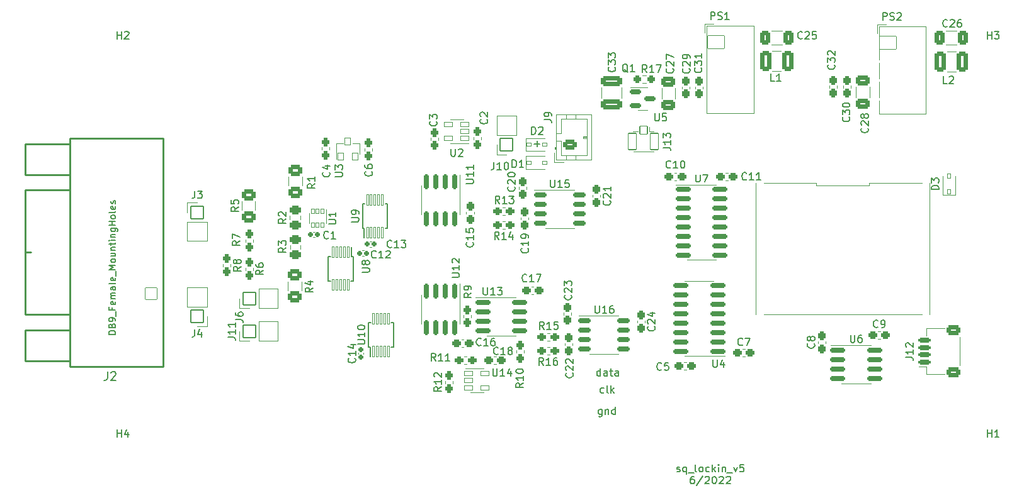
<source format=gbr>
%TF.GenerationSoftware,KiCad,Pcbnew,(6.0.4-0)*%
%TF.CreationDate,2022-07-06T09:33:38-06:00*%
%TF.ProjectId,sq_lockin_v5,73715f6c-6f63-46b6-996e-5f76352e6b69,rev?*%
%TF.SameCoordinates,Original*%
%TF.FileFunction,Legend,Top*%
%TF.FilePolarity,Positive*%
%FSLAX46Y46*%
G04 Gerber Fmt 4.6, Leading zero omitted, Abs format (unit mm)*
G04 Created by KiCad (PCBNEW (6.0.4-0)) date 2022-07-06 09:33:38*
%MOMM*%
%LPD*%
G01*
G04 APERTURE LIST*
G04 Aperture macros list*
%AMRoundRect*
0 Rectangle with rounded corners*
0 $1 Rounding radius*
0 $2 $3 $4 $5 $6 $7 $8 $9 X,Y pos of 4 corners*
0 Add a 4 corners polygon primitive as box body*
4,1,4,$2,$3,$4,$5,$6,$7,$8,$9,$2,$3,0*
0 Add four circle primitives for the rounded corners*
1,1,$1+$1,$2,$3*
1,1,$1+$1,$4,$5*
1,1,$1+$1,$6,$7*
1,1,$1+$1,$8,$9*
0 Add four rect primitives between the rounded corners*
20,1,$1+$1,$2,$3,$4,$5,0*
20,1,$1+$1,$4,$5,$6,$7,0*
20,1,$1+$1,$6,$7,$8,$9,0*
20,1,$1+$1,$8,$9,$2,$3,0*%
G04 Aperture macros list end*
%ADD10C,0.150000*%
%ADD11C,0.152000*%
%ADD12C,0.127000*%
%ADD13C,0.120000*%
%ADD14C,0.254000*%
%ADD15RoundRect,0.301001X0.624999X-0.462499X0.624999X0.462499X-0.624999X0.462499X-0.624999X-0.462499X0*%
%ADD16RoundRect,0.301000X-0.450000X0.325000X-0.450000X-0.325000X0.450000X-0.325000X0.450000X0.325000X0*%
%ADD17RoundRect,0.288500X-0.237500X0.287500X-0.237500X-0.287500X0.237500X-0.287500X0.237500X0.287500X0*%
%ADD18RoundRect,0.051000X0.850000X-0.850000X0.850000X0.850000X-0.850000X0.850000X-0.850000X-0.850000X0*%
%ADD19O,1.802000X1.802000*%
%ADD20RoundRect,0.288500X0.237500X-0.287500X0.237500X0.287500X-0.237500X0.287500X-0.237500X-0.287500X0*%
%ADD21RoundRect,0.051000X0.530000X0.325000X-0.530000X0.325000X-0.530000X-0.325000X0.530000X-0.325000X0*%
%ADD22RoundRect,0.301000X0.625000X-0.350000X0.625000X0.350000X-0.625000X0.350000X-0.625000X-0.350000X0*%
%ADD23O,1.852000X1.302000*%
%ADD24RoundRect,0.051000X0.850000X0.850000X-0.850000X0.850000X-0.850000X-0.850000X0.850000X-0.850000X0*%
%ADD25C,5.102000*%
%ADD26RoundRect,0.051000X-0.787500X0.787500X-0.787500X-0.787500X0.787500X-0.787500X0.787500X0.787500X0*%
%ADD27C,1.677000*%
%ADD28RoundRect,0.051000X0.400000X-0.450000X0.400000X0.450000X-0.400000X0.450000X-0.400000X-0.450000X0*%
%ADD29RoundRect,0.288500X0.287500X0.237500X-0.287500X0.237500X-0.287500X-0.237500X0.287500X-0.237500X0*%
%ADD30RoundRect,0.288500X0.237500X-0.300000X0.237500X0.300000X-0.237500X0.300000X-0.237500X-0.300000X0*%
%ADD31RoundRect,0.288500X-0.237500X0.300000X-0.237500X-0.300000X0.237500X-0.300000X0.237500X0.300000X0*%
%ADD32RoundRect,0.201000X-0.675000X-0.150000X0.675000X-0.150000X0.675000X0.150000X-0.675000X0.150000X0*%
%ADD33RoundRect,0.051000X-0.850000X-0.850000X0.850000X-0.850000X0.850000X0.850000X-0.850000X0.850000X0*%
%ADD34RoundRect,0.288500X-0.300000X-0.237500X0.300000X-0.237500X0.300000X0.237500X-0.300000X0.237500X0*%
%ADD35RoundRect,0.288500X0.300000X0.237500X-0.300000X0.237500X-0.300000X-0.237500X0.300000X-0.237500X0*%
%ADD36RoundRect,0.201000X-0.825000X-0.150000X0.825000X-0.150000X0.825000X0.150000X-0.825000X0.150000X0*%
%ADD37RoundRect,0.051000X-0.300000X-0.225000X0.300000X-0.225000X0.300000X0.225000X-0.300000X0.225000X0*%
%ADD38RoundRect,0.201000X-0.150000X0.825000X-0.150000X-0.825000X0.150000X-0.825000X0.150000X0.825000X0*%
%ADD39RoundRect,0.051000X-0.530000X-0.325000X0.530000X-0.325000X0.530000X0.325000X-0.530000X0.325000X0*%
%ADD40RoundRect,0.301001X-0.462499X-1.074999X0.462499X-1.074999X0.462499X1.074999X-0.462499X1.074999X0*%
%ADD41RoundRect,0.301000X0.650000X-0.412500X0.650000X0.412500X-0.650000X0.412500X-0.650000X-0.412500X0*%
%ADD42RoundRect,0.051000X-1.125000X0.875000X-1.125000X-0.875000X1.125000X-0.875000X1.125000X0.875000X0*%
%ADD43O,2.352000X1.852000*%
%ADD44C,6.502000*%
%ADD45RoundRect,0.201000X0.625000X-0.150000X0.625000X0.150000X-0.625000X0.150000X-0.625000X-0.150000X0*%
%ADD46RoundRect,0.301000X0.650000X-0.350000X0.650000X0.350000X-0.650000X0.350000X-0.650000X-0.350000X0*%
%ADD47O,5.102000X1.602000*%
%ADD48RoundRect,0.191000X0.170000X-0.140000X0.170000X0.140000X-0.170000X0.140000X-0.170000X-0.140000X0*%
%ADD49RoundRect,0.191000X0.140000X0.170000X-0.140000X0.170000X-0.140000X-0.170000X0.140000X-0.170000X0*%
%ADD50RoundRect,0.051000X-0.500000X0.525000X-0.500000X-0.525000X0.500000X-0.525000X0.500000X0.525000X0*%
%ADD51RoundRect,0.051000X-0.525000X1.100000X-0.525000X-1.100000X0.525000X-1.100000X0.525000X1.100000X0*%
%ADD52RoundRect,0.051000X-0.150000X0.700000X-0.150000X-0.700000X0.150000X-0.700000X0.150000X0.700000X0*%
%ADD53RoundRect,0.051000X-0.200000X0.325000X-0.200000X-0.325000X0.200000X-0.325000X0.200000X0.325000X0*%
%ADD54RoundRect,0.201000X-0.587500X-0.150000X0.587500X-0.150000X0.587500X0.150000X-0.587500X0.150000X0*%
%ADD55RoundRect,0.191000X-0.140000X-0.170000X0.140000X-0.170000X0.140000X0.170000X-0.140000X0.170000X0*%
%ADD56RoundRect,0.201000X0.825000X0.150000X-0.825000X0.150000X-0.825000X-0.150000X0.825000X-0.150000X0*%
%ADD57RoundRect,0.301000X0.412500X0.650000X-0.412500X0.650000X-0.412500X-0.650000X0.412500X-0.650000X0*%
%ADD58RoundRect,0.288500X0.250000X0.237500X-0.250000X0.237500X-0.250000X-0.237500X0.250000X-0.237500X0*%
%ADD59RoundRect,0.301000X-1.100000X0.412500X-1.100000X-0.412500X1.100000X-0.412500X1.100000X0.412500X0*%
%ADD60RoundRect,0.051000X0.150000X-0.700000X0.150000X0.700000X-0.150000X0.700000X-0.150000X-0.700000X0*%
%ADD61RoundRect,0.051000X0.225000X-0.300000X0.225000X0.300000X-0.225000X0.300000X-0.225000X-0.300000X0*%
G04 APERTURE END LIST*
D10*
X188476190Y-116899761D02*
X188571428Y-116947380D01*
X188761904Y-116947380D01*
X188857142Y-116899761D01*
X188904761Y-116804523D01*
X188904761Y-116756904D01*
X188857142Y-116661666D01*
X188761904Y-116614047D01*
X188619047Y-116614047D01*
X188523809Y-116566428D01*
X188476190Y-116471190D01*
X188476190Y-116423571D01*
X188523809Y-116328333D01*
X188619047Y-116280714D01*
X188761904Y-116280714D01*
X188857142Y-116328333D01*
X189761904Y-116280714D02*
X189761904Y-117280714D01*
X189761904Y-116899761D02*
X189666666Y-116947380D01*
X189476190Y-116947380D01*
X189380952Y-116899761D01*
X189333333Y-116852142D01*
X189285714Y-116756904D01*
X189285714Y-116471190D01*
X189333333Y-116375952D01*
X189380952Y-116328333D01*
X189476190Y-116280714D01*
X189666666Y-116280714D01*
X189761904Y-116328333D01*
X190000000Y-117042619D02*
X190761904Y-117042619D01*
X191142857Y-116947380D02*
X191047619Y-116899761D01*
X191000000Y-116804523D01*
X191000000Y-115947380D01*
X191666666Y-116947380D02*
X191571428Y-116899761D01*
X191523809Y-116852142D01*
X191476190Y-116756904D01*
X191476190Y-116471190D01*
X191523809Y-116375952D01*
X191571428Y-116328333D01*
X191666666Y-116280714D01*
X191809523Y-116280714D01*
X191904761Y-116328333D01*
X191952380Y-116375952D01*
X192000000Y-116471190D01*
X192000000Y-116756904D01*
X191952380Y-116852142D01*
X191904761Y-116899761D01*
X191809523Y-116947380D01*
X191666666Y-116947380D01*
X192857142Y-116899761D02*
X192761904Y-116947380D01*
X192571428Y-116947380D01*
X192476190Y-116899761D01*
X192428571Y-116852142D01*
X192380952Y-116756904D01*
X192380952Y-116471190D01*
X192428571Y-116375952D01*
X192476190Y-116328333D01*
X192571428Y-116280714D01*
X192761904Y-116280714D01*
X192857142Y-116328333D01*
X193285714Y-116947380D02*
X193285714Y-115947380D01*
X193380952Y-116566428D02*
X193666666Y-116947380D01*
X193666666Y-116280714D02*
X193285714Y-116661666D01*
X194095238Y-116947380D02*
X194095238Y-116280714D01*
X194095238Y-115947380D02*
X194047619Y-115995000D01*
X194095238Y-116042619D01*
X194142857Y-115995000D01*
X194095238Y-115947380D01*
X194095238Y-116042619D01*
X194571428Y-116280714D02*
X194571428Y-116947380D01*
X194571428Y-116375952D02*
X194619047Y-116328333D01*
X194714285Y-116280714D01*
X194857142Y-116280714D01*
X194952380Y-116328333D01*
X195000000Y-116423571D01*
X195000000Y-116947380D01*
X195238095Y-117042619D02*
X196000000Y-117042619D01*
X196142857Y-116280714D02*
X196380952Y-116947380D01*
X196619047Y-116280714D01*
X197476190Y-115947380D02*
X197000000Y-115947380D01*
X196952380Y-116423571D01*
X197000000Y-116375952D01*
X197095238Y-116328333D01*
X197333333Y-116328333D01*
X197428571Y-116375952D01*
X197476190Y-116423571D01*
X197523809Y-116518809D01*
X197523809Y-116756904D01*
X197476190Y-116852142D01*
X197428571Y-116899761D01*
X197333333Y-116947380D01*
X197095238Y-116947380D01*
X197000000Y-116899761D01*
X196952380Y-116852142D01*
X190761904Y-117557380D02*
X190571428Y-117557380D01*
X190476190Y-117605000D01*
X190428571Y-117652619D01*
X190333333Y-117795476D01*
X190285714Y-117985952D01*
X190285714Y-118366904D01*
X190333333Y-118462142D01*
X190380952Y-118509761D01*
X190476190Y-118557380D01*
X190666666Y-118557380D01*
X190761904Y-118509761D01*
X190809523Y-118462142D01*
X190857142Y-118366904D01*
X190857142Y-118128809D01*
X190809523Y-118033571D01*
X190761904Y-117985952D01*
X190666666Y-117938333D01*
X190476190Y-117938333D01*
X190380952Y-117985952D01*
X190333333Y-118033571D01*
X190285714Y-118128809D01*
X192000000Y-117509761D02*
X191142857Y-118795476D01*
X192285714Y-117652619D02*
X192333333Y-117605000D01*
X192428571Y-117557380D01*
X192666666Y-117557380D01*
X192761904Y-117605000D01*
X192809523Y-117652619D01*
X192857142Y-117747857D01*
X192857142Y-117843095D01*
X192809523Y-117985952D01*
X192238095Y-118557380D01*
X192857142Y-118557380D01*
X193476190Y-117557380D02*
X193571428Y-117557380D01*
X193666666Y-117605000D01*
X193714285Y-117652619D01*
X193761904Y-117747857D01*
X193809523Y-117938333D01*
X193809523Y-118176428D01*
X193761904Y-118366904D01*
X193714285Y-118462142D01*
X193666666Y-118509761D01*
X193571428Y-118557380D01*
X193476190Y-118557380D01*
X193380952Y-118509761D01*
X193333333Y-118462142D01*
X193285714Y-118366904D01*
X193238095Y-118176428D01*
X193238095Y-117938333D01*
X193285714Y-117747857D01*
X193333333Y-117652619D01*
X193380952Y-117605000D01*
X193476190Y-117557380D01*
X194190476Y-117652619D02*
X194238095Y-117605000D01*
X194333333Y-117557380D01*
X194571428Y-117557380D01*
X194666666Y-117605000D01*
X194714285Y-117652619D01*
X194761904Y-117747857D01*
X194761904Y-117843095D01*
X194714285Y-117985952D01*
X194142857Y-118557380D01*
X194761904Y-118557380D01*
X195142857Y-117652619D02*
X195190476Y-117605000D01*
X195285714Y-117557380D01*
X195523809Y-117557380D01*
X195619047Y-117605000D01*
X195666666Y-117652619D01*
X195714285Y-117747857D01*
X195714285Y-117843095D01*
X195666666Y-117985952D01*
X195095238Y-118557380D01*
X195714285Y-118557380D01*
X178223809Y-104012380D02*
X178223809Y-103012380D01*
X178223809Y-103964761D02*
X178128571Y-104012380D01*
X177938095Y-104012380D01*
X177842857Y-103964761D01*
X177795238Y-103917142D01*
X177747619Y-103821904D01*
X177747619Y-103536190D01*
X177795238Y-103440952D01*
X177842857Y-103393333D01*
X177938095Y-103345714D01*
X178128571Y-103345714D01*
X178223809Y-103393333D01*
X179128571Y-104012380D02*
X179128571Y-103488571D01*
X179080952Y-103393333D01*
X178985714Y-103345714D01*
X178795238Y-103345714D01*
X178700000Y-103393333D01*
X179128571Y-103964761D02*
X179033333Y-104012380D01*
X178795238Y-104012380D01*
X178700000Y-103964761D01*
X178652380Y-103869523D01*
X178652380Y-103774285D01*
X178700000Y-103679047D01*
X178795238Y-103631428D01*
X179033333Y-103631428D01*
X179128571Y-103583809D01*
X179461904Y-103345714D02*
X179842857Y-103345714D01*
X179604761Y-103012380D02*
X179604761Y-103869523D01*
X179652380Y-103964761D01*
X179747619Y-104012380D01*
X179842857Y-104012380D01*
X180604761Y-104012380D02*
X180604761Y-103488571D01*
X180557142Y-103393333D01*
X180461904Y-103345714D01*
X180271428Y-103345714D01*
X180176190Y-103393333D01*
X180604761Y-103964761D02*
X180509523Y-104012380D01*
X180271428Y-104012380D01*
X180176190Y-103964761D01*
X180128571Y-103869523D01*
X180128571Y-103774285D01*
X180176190Y-103679047D01*
X180271428Y-103631428D01*
X180509523Y-103631428D01*
X180604761Y-103583809D01*
X169319047Y-72771428D02*
X170080952Y-72771428D01*
X169700000Y-73152380D02*
X169700000Y-72390476D01*
X178671428Y-106264761D02*
X178576190Y-106312380D01*
X178385714Y-106312380D01*
X178290476Y-106264761D01*
X178242857Y-106217142D01*
X178195238Y-106121904D01*
X178195238Y-105836190D01*
X178242857Y-105740952D01*
X178290476Y-105693333D01*
X178385714Y-105645714D01*
X178576190Y-105645714D01*
X178671428Y-105693333D01*
X179242857Y-106312380D02*
X179147619Y-106264761D01*
X179100000Y-106169523D01*
X179100000Y-105312380D01*
X179623809Y-106312380D02*
X179623809Y-105312380D01*
X179719047Y-105931428D02*
X180004761Y-106312380D01*
X180004761Y-105645714D02*
X179623809Y-106026666D01*
X178409523Y-108545714D02*
X178409523Y-109355238D01*
X178361904Y-109450476D01*
X178314285Y-109498095D01*
X178219047Y-109545714D01*
X178076190Y-109545714D01*
X177980952Y-109498095D01*
X178409523Y-109164761D02*
X178314285Y-109212380D01*
X178123809Y-109212380D01*
X178028571Y-109164761D01*
X177980952Y-109117142D01*
X177933333Y-109021904D01*
X177933333Y-108736190D01*
X177980952Y-108640952D01*
X178028571Y-108593333D01*
X178123809Y-108545714D01*
X178314285Y-108545714D01*
X178409523Y-108593333D01*
X178885714Y-108545714D02*
X178885714Y-109212380D01*
X178885714Y-108640952D02*
X178933333Y-108593333D01*
X179028571Y-108545714D01*
X179171428Y-108545714D01*
X179266666Y-108593333D01*
X179314285Y-108688571D01*
X179314285Y-109212380D01*
X180219047Y-109212380D02*
X180219047Y-108212380D01*
X180219047Y-109164761D02*
X180123809Y-109212380D01*
X179933333Y-109212380D01*
X179838095Y-109164761D01*
X179790476Y-109117142D01*
X179742857Y-109021904D01*
X179742857Y-108736190D01*
X179790476Y-108640952D01*
X179838095Y-108593333D01*
X179933333Y-108545714D01*
X180123809Y-108545714D01*
X180219047Y-108593333D01*
%TO.C,R1*%
X139852380Y-78166666D02*
X139376190Y-78500000D01*
X139852380Y-78738095D02*
X138852380Y-78738095D01*
X138852380Y-78357142D01*
X138900000Y-78261904D01*
X138947619Y-78214285D01*
X139042857Y-78166666D01*
X139185714Y-78166666D01*
X139280952Y-78214285D01*
X139328571Y-78261904D01*
X139376190Y-78357142D01*
X139376190Y-78738095D01*
X139852380Y-77214285D02*
X139852380Y-77785714D01*
X139852380Y-77500000D02*
X138852380Y-77500000D01*
X138995238Y-77595238D01*
X139090476Y-77690476D01*
X139138095Y-77785714D01*
%TO.C,R5*%
X129552380Y-81266666D02*
X129076190Y-81600000D01*
X129552380Y-81838095D02*
X128552380Y-81838095D01*
X128552380Y-81457142D01*
X128600000Y-81361904D01*
X128647619Y-81314285D01*
X128742857Y-81266666D01*
X128885714Y-81266666D01*
X128980952Y-81314285D01*
X129028571Y-81361904D01*
X129076190Y-81457142D01*
X129076190Y-81838095D01*
X128552380Y-80361904D02*
X128552380Y-80838095D01*
X129028571Y-80885714D01*
X128980952Y-80838095D01*
X128933333Y-80742857D01*
X128933333Y-80504761D01*
X128980952Y-80409523D01*
X129028571Y-80361904D01*
X129123809Y-80314285D01*
X129361904Y-80314285D01*
X129457142Y-80361904D01*
X129504761Y-80409523D01*
X129552380Y-80504761D01*
X129552380Y-80742857D01*
X129504761Y-80838095D01*
X129457142Y-80885714D01*
%TO.C,R4*%
X139552380Y-92166666D02*
X139076190Y-92500000D01*
X139552380Y-92738095D02*
X138552380Y-92738095D01*
X138552380Y-92357142D01*
X138600000Y-92261904D01*
X138647619Y-92214285D01*
X138742857Y-92166666D01*
X138885714Y-92166666D01*
X138980952Y-92214285D01*
X139028571Y-92261904D01*
X139076190Y-92357142D01*
X139076190Y-92738095D01*
X138885714Y-91309523D02*
X139552380Y-91309523D01*
X138504761Y-91547619D02*
X139219047Y-91785714D01*
X139219047Y-91166666D01*
%TO.C,R2*%
X135952380Y-82866666D02*
X135476190Y-83200000D01*
X135952380Y-83438095D02*
X134952380Y-83438095D01*
X134952380Y-83057142D01*
X135000000Y-82961904D01*
X135047619Y-82914285D01*
X135142857Y-82866666D01*
X135285714Y-82866666D01*
X135380952Y-82914285D01*
X135428571Y-82961904D01*
X135476190Y-83057142D01*
X135476190Y-83438095D01*
X135047619Y-82485714D02*
X135000000Y-82438095D01*
X134952380Y-82342857D01*
X134952380Y-82104761D01*
X135000000Y-82009523D01*
X135047619Y-81961904D01*
X135142857Y-81914285D01*
X135238095Y-81914285D01*
X135380952Y-81961904D01*
X135952380Y-82533333D01*
X135952380Y-81914285D01*
%TO.C,R6*%
X132882380Y-89791666D02*
X132406190Y-90125000D01*
X132882380Y-90363095D02*
X131882380Y-90363095D01*
X131882380Y-89982142D01*
X131930000Y-89886904D01*
X131977619Y-89839285D01*
X132072857Y-89791666D01*
X132215714Y-89791666D01*
X132310952Y-89839285D01*
X132358571Y-89886904D01*
X132406190Y-89982142D01*
X132406190Y-90363095D01*
X131882380Y-88934523D02*
X131882380Y-89125000D01*
X131930000Y-89220238D01*
X131977619Y-89267857D01*
X132120476Y-89363095D01*
X132310952Y-89410714D01*
X132691904Y-89410714D01*
X132787142Y-89363095D01*
X132834761Y-89315476D01*
X132882380Y-89220238D01*
X132882380Y-89029761D01*
X132834761Y-88934523D01*
X132787142Y-88886904D01*
X132691904Y-88839285D01*
X132453809Y-88839285D01*
X132358571Y-88886904D01*
X132310952Y-88934523D01*
X132263333Y-89029761D01*
X132263333Y-89220238D01*
X132310952Y-89315476D01*
X132358571Y-89363095D01*
X132453809Y-89410714D01*
%TO.C,J6*%
X129152380Y-96433333D02*
X129866666Y-96433333D01*
X130009523Y-96480952D01*
X130104761Y-96576190D01*
X130152380Y-96719047D01*
X130152380Y-96814285D01*
X129152380Y-95528571D02*
X129152380Y-95719047D01*
X129200000Y-95814285D01*
X129247619Y-95861904D01*
X129390476Y-95957142D01*
X129580952Y-96004761D01*
X129961904Y-96004761D01*
X130057142Y-95957142D01*
X130104761Y-95909523D01*
X130152380Y-95814285D01*
X130152380Y-95623809D01*
X130104761Y-95528571D01*
X130057142Y-95480952D01*
X129961904Y-95433333D01*
X129723809Y-95433333D01*
X129628571Y-95480952D01*
X129580952Y-95528571D01*
X129533333Y-95623809D01*
X129533333Y-95814285D01*
X129580952Y-95909523D01*
X129628571Y-95957142D01*
X129723809Y-96004761D01*
%TO.C,C2*%
X162957142Y-69466666D02*
X163004761Y-69514285D01*
X163052380Y-69657142D01*
X163052380Y-69752380D01*
X163004761Y-69895238D01*
X162909523Y-69990476D01*
X162814285Y-70038095D01*
X162623809Y-70085714D01*
X162480952Y-70085714D01*
X162290476Y-70038095D01*
X162195238Y-69990476D01*
X162100000Y-69895238D01*
X162052380Y-69752380D01*
X162052380Y-69657142D01*
X162100000Y-69514285D01*
X162147619Y-69466666D01*
X162147619Y-69085714D02*
X162100000Y-69038095D01*
X162052380Y-68942857D01*
X162052380Y-68704761D01*
X162100000Y-68609523D01*
X162147619Y-68561904D01*
X162242857Y-68514285D01*
X162338095Y-68514285D01*
X162480952Y-68561904D01*
X163052380Y-69133333D01*
X163052380Y-68514285D01*
%TO.C,C3*%
X156157142Y-69766666D02*
X156204761Y-69814285D01*
X156252380Y-69957142D01*
X156252380Y-70052380D01*
X156204761Y-70195238D01*
X156109523Y-70290476D01*
X156014285Y-70338095D01*
X155823809Y-70385714D01*
X155680952Y-70385714D01*
X155490476Y-70338095D01*
X155395238Y-70290476D01*
X155300000Y-70195238D01*
X155252380Y-70052380D01*
X155252380Y-69957142D01*
X155300000Y-69814285D01*
X155347619Y-69766666D01*
X155252380Y-69433333D02*
X155252380Y-68814285D01*
X155633333Y-69147619D01*
X155633333Y-69004761D01*
X155680952Y-68909523D01*
X155728571Y-68861904D01*
X155823809Y-68814285D01*
X156061904Y-68814285D01*
X156157142Y-68861904D01*
X156204761Y-68909523D01*
X156252380Y-69004761D01*
X156252380Y-69290476D01*
X156204761Y-69385714D01*
X156157142Y-69433333D01*
%TO.C,U2*%
X158138095Y-73452380D02*
X158138095Y-74261904D01*
X158185714Y-74357142D01*
X158233333Y-74404761D01*
X158328571Y-74452380D01*
X158519047Y-74452380D01*
X158614285Y-74404761D01*
X158661904Y-74357142D01*
X158709523Y-74261904D01*
X158709523Y-73452380D01*
X159138095Y-73547619D02*
X159185714Y-73500000D01*
X159280952Y-73452380D01*
X159519047Y-73452380D01*
X159614285Y-73500000D01*
X159661904Y-73547619D01*
X159709523Y-73642857D01*
X159709523Y-73738095D01*
X159661904Y-73880952D01*
X159090476Y-74452380D01*
X159709523Y-74452380D01*
%TO.C,J9*%
X170652380Y-69533333D02*
X171366666Y-69533333D01*
X171509523Y-69580952D01*
X171604761Y-69676190D01*
X171652380Y-69819047D01*
X171652380Y-69914285D01*
X171652380Y-69009523D02*
X171652380Y-68819047D01*
X171604761Y-68723809D01*
X171557142Y-68676190D01*
X171414285Y-68580952D01*
X171223809Y-68533333D01*
X170842857Y-68533333D01*
X170747619Y-68580952D01*
X170700000Y-68628571D01*
X170652380Y-68723809D01*
X170652380Y-68914285D01*
X170700000Y-69009523D01*
X170747619Y-69057142D01*
X170842857Y-69104761D01*
X171080952Y-69104761D01*
X171176190Y-69057142D01*
X171223809Y-69009523D01*
X171271428Y-68914285D01*
X171271428Y-68723809D01*
X171223809Y-68628571D01*
X171176190Y-68580952D01*
X171080952Y-68533333D01*
%TO.C,J10*%
X163890476Y-75252380D02*
X163890476Y-75966666D01*
X163842857Y-76109523D01*
X163747619Y-76204761D01*
X163604761Y-76252380D01*
X163509523Y-76252380D01*
X164890476Y-76252380D02*
X164319047Y-76252380D01*
X164604761Y-76252380D02*
X164604761Y-75252380D01*
X164509523Y-75395238D01*
X164414285Y-75490476D01*
X164319047Y-75538095D01*
X165509523Y-75252380D02*
X165604761Y-75252380D01*
X165700000Y-75300000D01*
X165747619Y-75347619D01*
X165795238Y-75442857D01*
X165842857Y-75633333D01*
X165842857Y-75871428D01*
X165795238Y-76061904D01*
X165747619Y-76157142D01*
X165700000Y-76204761D01*
X165604761Y-76252380D01*
X165509523Y-76252380D01*
X165414285Y-76204761D01*
X165366666Y-76157142D01*
X165319047Y-76061904D01*
X165271428Y-75871428D01*
X165271428Y-75633333D01*
X165319047Y-75442857D01*
X165366666Y-75347619D01*
X165414285Y-75300000D01*
X165509523Y-75252380D01*
%TO.C,R7*%
X129752380Y-85866666D02*
X129276190Y-86200000D01*
X129752380Y-86438095D02*
X128752380Y-86438095D01*
X128752380Y-86057142D01*
X128800000Y-85961904D01*
X128847619Y-85914285D01*
X128942857Y-85866666D01*
X129085714Y-85866666D01*
X129180952Y-85914285D01*
X129228571Y-85961904D01*
X129276190Y-86057142D01*
X129276190Y-86438095D01*
X128752380Y-85533333D02*
X128752380Y-84866666D01*
X129752380Y-85295238D01*
%TO.C,R3*%
X135952380Y-86766666D02*
X135476190Y-87100000D01*
X135952380Y-87338095D02*
X134952380Y-87338095D01*
X134952380Y-86957142D01*
X135000000Y-86861904D01*
X135047619Y-86814285D01*
X135142857Y-86766666D01*
X135285714Y-86766666D01*
X135380952Y-86814285D01*
X135428571Y-86861904D01*
X135476190Y-86957142D01*
X135476190Y-87338095D01*
X134952380Y-86433333D02*
X134952380Y-85814285D01*
X135333333Y-86147619D01*
X135333333Y-86004761D01*
X135380952Y-85909523D01*
X135428571Y-85861904D01*
X135523809Y-85814285D01*
X135761904Y-85814285D01*
X135857142Y-85861904D01*
X135904761Y-85909523D01*
X135952380Y-86004761D01*
X135952380Y-86290476D01*
X135904761Y-86385714D01*
X135857142Y-86433333D01*
%TO.C,J11*%
X128122380Y-98809523D02*
X128836666Y-98809523D01*
X128979523Y-98857142D01*
X129074761Y-98952380D01*
X129122380Y-99095238D01*
X129122380Y-99190476D01*
X129122380Y-97809523D02*
X129122380Y-98380952D01*
X129122380Y-98095238D02*
X128122380Y-98095238D01*
X128265238Y-98190476D01*
X128360476Y-98285714D01*
X128408095Y-98380952D01*
X129122380Y-96857142D02*
X129122380Y-97428571D01*
X129122380Y-97142857D02*
X128122380Y-97142857D01*
X128265238Y-97238095D01*
X128360476Y-97333333D01*
X128408095Y-97428571D01*
%TO.C,C4*%
X141757142Y-76591666D02*
X141804761Y-76639285D01*
X141852380Y-76782142D01*
X141852380Y-76877380D01*
X141804761Y-77020238D01*
X141709523Y-77115476D01*
X141614285Y-77163095D01*
X141423809Y-77210714D01*
X141280952Y-77210714D01*
X141090476Y-77163095D01*
X140995238Y-77115476D01*
X140900000Y-77020238D01*
X140852380Y-76877380D01*
X140852380Y-76782142D01*
X140900000Y-76639285D01*
X140947619Y-76591666D01*
X141185714Y-75734523D02*
X141852380Y-75734523D01*
X140804761Y-75972619D02*
X141519047Y-76210714D01*
X141519047Y-75591666D01*
%TO.C,C6*%
X147457142Y-76491666D02*
X147504761Y-76539285D01*
X147552380Y-76682142D01*
X147552380Y-76777380D01*
X147504761Y-76920238D01*
X147409523Y-77015476D01*
X147314285Y-77063095D01*
X147123809Y-77110714D01*
X146980952Y-77110714D01*
X146790476Y-77063095D01*
X146695238Y-77015476D01*
X146600000Y-76920238D01*
X146552380Y-76777380D01*
X146552380Y-76682142D01*
X146600000Y-76539285D01*
X146647619Y-76491666D01*
X146552380Y-75634523D02*
X146552380Y-75825000D01*
X146600000Y-75920238D01*
X146647619Y-75967857D01*
X146790476Y-76063095D01*
X146980952Y-76110714D01*
X147361904Y-76110714D01*
X147457142Y-76063095D01*
X147504761Y-76015476D01*
X147552380Y-75920238D01*
X147552380Y-75729761D01*
X147504761Y-75634523D01*
X147457142Y-75586904D01*
X147361904Y-75539285D01*
X147123809Y-75539285D01*
X147028571Y-75586904D01*
X146980952Y-75634523D01*
X146933333Y-75729761D01*
X146933333Y-75920238D01*
X146980952Y-76015476D01*
X147028571Y-76063095D01*
X147123809Y-76110714D01*
D11*
%TO.C,J2*%
X111940485Y-103474071D02*
X111940485Y-104290500D01*
X111886057Y-104453785D01*
X111777200Y-104562642D01*
X111613914Y-104617071D01*
X111505057Y-104617071D01*
X112430342Y-103582928D02*
X112484771Y-103528500D01*
X112593628Y-103474071D01*
X112865771Y-103474071D01*
X112974628Y-103528500D01*
X113029057Y-103582928D01*
X113083485Y-103691785D01*
X113083485Y-103800642D01*
X113029057Y-103963928D01*
X112375914Y-104617071D01*
X113083485Y-104617071D01*
D12*
X113002166Y-98443550D02*
X112113166Y-98443550D01*
X112113166Y-98231883D01*
X112155500Y-98104883D01*
X112240166Y-98020216D01*
X112324833Y-97977883D01*
X112494166Y-97935550D01*
X112621166Y-97935550D01*
X112790500Y-97977883D01*
X112875166Y-98020216D01*
X112959833Y-98104883D01*
X113002166Y-98231883D01*
X113002166Y-98443550D01*
X112536500Y-97258216D02*
X112578833Y-97131216D01*
X112621166Y-97088883D01*
X112705833Y-97046550D01*
X112832833Y-97046550D01*
X112917500Y-97088883D01*
X112959833Y-97131216D01*
X113002166Y-97215883D01*
X113002166Y-97554550D01*
X112113166Y-97554550D01*
X112113166Y-97258216D01*
X112155500Y-97173550D01*
X112197833Y-97131216D01*
X112282500Y-97088883D01*
X112367166Y-97088883D01*
X112451833Y-97131216D01*
X112494166Y-97173550D01*
X112536500Y-97258216D01*
X112536500Y-97554550D01*
X113002166Y-96623216D02*
X113002166Y-96453883D01*
X112959833Y-96369216D01*
X112917500Y-96326883D01*
X112790500Y-96242216D01*
X112621166Y-96199883D01*
X112282500Y-96199883D01*
X112197833Y-96242216D01*
X112155500Y-96284550D01*
X112113166Y-96369216D01*
X112113166Y-96538550D01*
X112155500Y-96623216D01*
X112197833Y-96665550D01*
X112282500Y-96707883D01*
X112494166Y-96707883D01*
X112578833Y-96665550D01*
X112621166Y-96623216D01*
X112663500Y-96538550D01*
X112663500Y-96369216D01*
X112621166Y-96284550D01*
X112578833Y-96242216D01*
X112494166Y-96199883D01*
X113086833Y-96030550D02*
X113086833Y-95353216D01*
X112536500Y-94845216D02*
X112536500Y-95141550D01*
X113002166Y-95141550D02*
X112113166Y-95141550D01*
X112113166Y-94718216D01*
X112959833Y-94040883D02*
X113002166Y-94125550D01*
X113002166Y-94294883D01*
X112959833Y-94379550D01*
X112875166Y-94421883D01*
X112536500Y-94421883D01*
X112451833Y-94379550D01*
X112409500Y-94294883D01*
X112409500Y-94125550D01*
X112451833Y-94040883D01*
X112536500Y-93998550D01*
X112621166Y-93998550D01*
X112705833Y-94421883D01*
X113002166Y-93617550D02*
X112409500Y-93617550D01*
X112494166Y-93617550D02*
X112451833Y-93575216D01*
X112409500Y-93490550D01*
X112409500Y-93363550D01*
X112451833Y-93278883D01*
X112536500Y-93236550D01*
X113002166Y-93236550D01*
X112536500Y-93236550D02*
X112451833Y-93194216D01*
X112409500Y-93109550D01*
X112409500Y-92982550D01*
X112451833Y-92897883D01*
X112536500Y-92855550D01*
X113002166Y-92855550D01*
X113002166Y-92051216D02*
X112536500Y-92051216D01*
X112451833Y-92093550D01*
X112409500Y-92178216D01*
X112409500Y-92347550D01*
X112451833Y-92432216D01*
X112959833Y-92051216D02*
X113002166Y-92135883D01*
X113002166Y-92347550D01*
X112959833Y-92432216D01*
X112875166Y-92474550D01*
X112790500Y-92474550D01*
X112705833Y-92432216D01*
X112663500Y-92347550D01*
X112663500Y-92135883D01*
X112621166Y-92051216D01*
X113002166Y-91500883D02*
X112959833Y-91585550D01*
X112875166Y-91627883D01*
X112113166Y-91627883D01*
X112959833Y-90823550D02*
X113002166Y-90908216D01*
X113002166Y-91077550D01*
X112959833Y-91162216D01*
X112875166Y-91204550D01*
X112536500Y-91204550D01*
X112451833Y-91162216D01*
X112409500Y-91077550D01*
X112409500Y-90908216D01*
X112451833Y-90823550D01*
X112536500Y-90781216D01*
X112621166Y-90781216D01*
X112705833Y-91204550D01*
X113086833Y-90611883D02*
X113086833Y-89934550D01*
X113002166Y-89722883D02*
X112113166Y-89722883D01*
X112748166Y-89426550D01*
X112113166Y-89130216D01*
X113002166Y-89130216D01*
X113002166Y-88579883D02*
X112959833Y-88664550D01*
X112917500Y-88706883D01*
X112832833Y-88749216D01*
X112578833Y-88749216D01*
X112494166Y-88706883D01*
X112451833Y-88664550D01*
X112409500Y-88579883D01*
X112409500Y-88452883D01*
X112451833Y-88368216D01*
X112494166Y-88325883D01*
X112578833Y-88283550D01*
X112832833Y-88283550D01*
X112917500Y-88325883D01*
X112959833Y-88368216D01*
X113002166Y-88452883D01*
X113002166Y-88579883D01*
X112409500Y-87521550D02*
X113002166Y-87521550D01*
X112409500Y-87902550D02*
X112875166Y-87902550D01*
X112959833Y-87860216D01*
X113002166Y-87775550D01*
X113002166Y-87648550D01*
X112959833Y-87563883D01*
X112917500Y-87521550D01*
X112409500Y-87098216D02*
X113002166Y-87098216D01*
X112494166Y-87098216D02*
X112451833Y-87055883D01*
X112409500Y-86971216D01*
X112409500Y-86844216D01*
X112451833Y-86759550D01*
X112536500Y-86717216D01*
X113002166Y-86717216D01*
X112409500Y-86420883D02*
X112409500Y-86082216D01*
X112113166Y-86293883D02*
X112875166Y-86293883D01*
X112959833Y-86251550D01*
X113002166Y-86166883D01*
X113002166Y-86082216D01*
X113002166Y-85785883D02*
X112409500Y-85785883D01*
X112113166Y-85785883D02*
X112155500Y-85828216D01*
X112197833Y-85785883D01*
X112155500Y-85743550D01*
X112113166Y-85785883D01*
X112197833Y-85785883D01*
X112409500Y-85362550D02*
X113002166Y-85362550D01*
X112494166Y-85362550D02*
X112451833Y-85320216D01*
X112409500Y-85235550D01*
X112409500Y-85108550D01*
X112451833Y-85023883D01*
X112536500Y-84981550D01*
X113002166Y-84981550D01*
X112409500Y-84177216D02*
X113129166Y-84177216D01*
X113213833Y-84219550D01*
X113256166Y-84261883D01*
X113298500Y-84346550D01*
X113298500Y-84473550D01*
X113256166Y-84558216D01*
X112959833Y-84177216D02*
X113002166Y-84261883D01*
X113002166Y-84431216D01*
X112959833Y-84515883D01*
X112917500Y-84558216D01*
X112832833Y-84600550D01*
X112578833Y-84600550D01*
X112494166Y-84558216D01*
X112451833Y-84515883D01*
X112409500Y-84431216D01*
X112409500Y-84261883D01*
X112451833Y-84177216D01*
X113002166Y-83753883D02*
X112113166Y-83753883D01*
X112536500Y-83753883D02*
X112536500Y-83245883D01*
X113002166Y-83245883D02*
X112113166Y-83245883D01*
X113002166Y-82695550D02*
X112959833Y-82780216D01*
X112917500Y-82822550D01*
X112832833Y-82864883D01*
X112578833Y-82864883D01*
X112494166Y-82822550D01*
X112451833Y-82780216D01*
X112409500Y-82695550D01*
X112409500Y-82568550D01*
X112451833Y-82483883D01*
X112494166Y-82441550D01*
X112578833Y-82399216D01*
X112832833Y-82399216D01*
X112917500Y-82441550D01*
X112959833Y-82483883D01*
X113002166Y-82568550D01*
X113002166Y-82695550D01*
X113002166Y-81891216D02*
X112959833Y-81975883D01*
X112875166Y-82018216D01*
X112113166Y-82018216D01*
X112959833Y-81213883D02*
X113002166Y-81298550D01*
X113002166Y-81467883D01*
X112959833Y-81552550D01*
X112875166Y-81594883D01*
X112536500Y-81594883D01*
X112451833Y-81552550D01*
X112409500Y-81467883D01*
X112409500Y-81298550D01*
X112451833Y-81213883D01*
X112536500Y-81171550D01*
X112621166Y-81171550D01*
X112705833Y-81594883D01*
X112959833Y-80832883D02*
X113002166Y-80748216D01*
X113002166Y-80578883D01*
X112959833Y-80494216D01*
X112875166Y-80451883D01*
X112832833Y-80451883D01*
X112748166Y-80494216D01*
X112705833Y-80578883D01*
X112705833Y-80705883D01*
X112663500Y-80790550D01*
X112578833Y-80832883D01*
X112536500Y-80832883D01*
X112451833Y-80790550D01*
X112409500Y-80705883D01*
X112409500Y-80578883D01*
X112451833Y-80494216D01*
D10*
%TO.C,R8*%
X129882380Y-89291666D02*
X129406190Y-89625000D01*
X129882380Y-89863095D02*
X128882380Y-89863095D01*
X128882380Y-89482142D01*
X128930000Y-89386904D01*
X128977619Y-89339285D01*
X129072857Y-89291666D01*
X129215714Y-89291666D01*
X129310952Y-89339285D01*
X129358571Y-89386904D01*
X129406190Y-89482142D01*
X129406190Y-89863095D01*
X129310952Y-88720238D02*
X129263333Y-88815476D01*
X129215714Y-88863095D01*
X129120476Y-88910714D01*
X129072857Y-88910714D01*
X128977619Y-88863095D01*
X128930000Y-88815476D01*
X128882380Y-88720238D01*
X128882380Y-88529761D01*
X128930000Y-88434523D01*
X128977619Y-88386904D01*
X129072857Y-88339285D01*
X129120476Y-88339285D01*
X129215714Y-88386904D01*
X129263333Y-88434523D01*
X129310952Y-88529761D01*
X129310952Y-88720238D01*
X129358571Y-88815476D01*
X129406190Y-88863095D01*
X129501428Y-88910714D01*
X129691904Y-88910714D01*
X129787142Y-88863095D01*
X129834761Y-88815476D01*
X129882380Y-88720238D01*
X129882380Y-88529761D01*
X129834761Y-88434523D01*
X129787142Y-88386904D01*
X129691904Y-88339285D01*
X129501428Y-88339285D01*
X129406190Y-88386904D01*
X129358571Y-88434523D01*
X129310952Y-88529761D01*
%TO.C,U3*%
X142552380Y-77186904D02*
X143361904Y-77186904D01*
X143457142Y-77139285D01*
X143504761Y-77091666D01*
X143552380Y-76996428D01*
X143552380Y-76805952D01*
X143504761Y-76710714D01*
X143457142Y-76663095D01*
X143361904Y-76615476D01*
X142552380Y-76615476D01*
X142552380Y-76234523D02*
X142552380Y-75615476D01*
X142933333Y-75948809D01*
X142933333Y-75805952D01*
X142980952Y-75710714D01*
X143028571Y-75663095D01*
X143123809Y-75615476D01*
X143361904Y-75615476D01*
X143457142Y-75663095D01*
X143504761Y-75710714D01*
X143552380Y-75805952D01*
X143552380Y-76091666D01*
X143504761Y-76186904D01*
X143457142Y-76234523D01*
%TO.C,R14*%
X164582142Y-85642380D02*
X164248809Y-85166190D01*
X164010714Y-85642380D02*
X164010714Y-84642380D01*
X164391666Y-84642380D01*
X164486904Y-84690000D01*
X164534523Y-84737619D01*
X164582142Y-84832857D01*
X164582142Y-84975714D01*
X164534523Y-85070952D01*
X164486904Y-85118571D01*
X164391666Y-85166190D01*
X164010714Y-85166190D01*
X165534523Y-85642380D02*
X164963095Y-85642380D01*
X165248809Y-85642380D02*
X165248809Y-84642380D01*
X165153571Y-84785238D01*
X165058333Y-84880476D01*
X164963095Y-84928095D01*
X166391666Y-84975714D02*
X166391666Y-85642380D01*
X166153571Y-84594761D02*
X165915476Y-85309047D01*
X166534523Y-85309047D01*
%TO.C,C19*%
X168457142Y-86842857D02*
X168504761Y-86890476D01*
X168552380Y-87033333D01*
X168552380Y-87128571D01*
X168504761Y-87271428D01*
X168409523Y-87366666D01*
X168314285Y-87414285D01*
X168123809Y-87461904D01*
X167980952Y-87461904D01*
X167790476Y-87414285D01*
X167695238Y-87366666D01*
X167600000Y-87271428D01*
X167552380Y-87128571D01*
X167552380Y-87033333D01*
X167600000Y-86890476D01*
X167647619Y-86842857D01*
X168552380Y-85890476D02*
X168552380Y-86461904D01*
X168552380Y-86176190D02*
X167552380Y-86176190D01*
X167695238Y-86271428D01*
X167790476Y-86366666D01*
X167838095Y-86461904D01*
X168552380Y-85414285D02*
X168552380Y-85223809D01*
X168504761Y-85128571D01*
X168457142Y-85080952D01*
X168314285Y-84985714D01*
X168123809Y-84938095D01*
X167742857Y-84938095D01*
X167647619Y-84985714D01*
X167600000Y-85033333D01*
X167552380Y-85128571D01*
X167552380Y-85319047D01*
X167600000Y-85414285D01*
X167647619Y-85461904D01*
X167742857Y-85509523D01*
X167980952Y-85509523D01*
X168076190Y-85461904D01*
X168123809Y-85414285D01*
X168171428Y-85319047D01*
X168171428Y-85128571D01*
X168123809Y-85033333D01*
X168076190Y-84985714D01*
X167980952Y-84938095D01*
%TO.C,C20*%
X166657142Y-78542857D02*
X166704761Y-78590476D01*
X166752380Y-78733333D01*
X166752380Y-78828571D01*
X166704761Y-78971428D01*
X166609523Y-79066666D01*
X166514285Y-79114285D01*
X166323809Y-79161904D01*
X166180952Y-79161904D01*
X165990476Y-79114285D01*
X165895238Y-79066666D01*
X165800000Y-78971428D01*
X165752380Y-78828571D01*
X165752380Y-78733333D01*
X165800000Y-78590476D01*
X165847619Y-78542857D01*
X165847619Y-78161904D02*
X165800000Y-78114285D01*
X165752380Y-78019047D01*
X165752380Y-77780952D01*
X165800000Y-77685714D01*
X165847619Y-77638095D01*
X165942857Y-77590476D01*
X166038095Y-77590476D01*
X166180952Y-77638095D01*
X166752380Y-78209523D01*
X166752380Y-77590476D01*
X165752380Y-76971428D02*
X165752380Y-76876190D01*
X165800000Y-76780952D01*
X165847619Y-76733333D01*
X165942857Y-76685714D01*
X166133333Y-76638095D01*
X166371428Y-76638095D01*
X166561904Y-76685714D01*
X166657142Y-76733333D01*
X166704761Y-76780952D01*
X166752380Y-76876190D01*
X166752380Y-76971428D01*
X166704761Y-77066666D01*
X166657142Y-77114285D01*
X166561904Y-77161904D01*
X166371428Y-77209523D01*
X166133333Y-77209523D01*
X165942857Y-77161904D01*
X165847619Y-77114285D01*
X165800000Y-77066666D01*
X165752380Y-76971428D01*
%TO.C,C21*%
X179487142Y-80427857D02*
X179534761Y-80475476D01*
X179582380Y-80618333D01*
X179582380Y-80713571D01*
X179534761Y-80856428D01*
X179439523Y-80951666D01*
X179344285Y-80999285D01*
X179153809Y-81046904D01*
X179010952Y-81046904D01*
X178820476Y-80999285D01*
X178725238Y-80951666D01*
X178630000Y-80856428D01*
X178582380Y-80713571D01*
X178582380Y-80618333D01*
X178630000Y-80475476D01*
X178677619Y-80427857D01*
X178677619Y-80046904D02*
X178630000Y-79999285D01*
X178582380Y-79904047D01*
X178582380Y-79665952D01*
X178630000Y-79570714D01*
X178677619Y-79523095D01*
X178772857Y-79475476D01*
X178868095Y-79475476D01*
X179010952Y-79523095D01*
X179582380Y-80094523D01*
X179582380Y-79475476D01*
X179582380Y-78523095D02*
X179582380Y-79094523D01*
X179582380Y-78808809D02*
X178582380Y-78808809D01*
X178725238Y-78904047D01*
X178820476Y-78999285D01*
X178868095Y-79094523D01*
%TO.C,R13*%
X164657142Y-80812380D02*
X164323809Y-80336190D01*
X164085714Y-80812380D02*
X164085714Y-79812380D01*
X164466666Y-79812380D01*
X164561904Y-79860000D01*
X164609523Y-79907619D01*
X164657142Y-80002857D01*
X164657142Y-80145714D01*
X164609523Y-80240952D01*
X164561904Y-80288571D01*
X164466666Y-80336190D01*
X164085714Y-80336190D01*
X165609523Y-80812380D02*
X165038095Y-80812380D01*
X165323809Y-80812380D02*
X165323809Y-79812380D01*
X165228571Y-79955238D01*
X165133333Y-80050476D01*
X165038095Y-80098095D01*
X165942857Y-79812380D02*
X166561904Y-79812380D01*
X166228571Y-80193333D01*
X166371428Y-80193333D01*
X166466666Y-80240952D01*
X166514285Y-80288571D01*
X166561904Y-80383809D01*
X166561904Y-80621904D01*
X166514285Y-80717142D01*
X166466666Y-80764761D01*
X166371428Y-80812380D01*
X166085714Y-80812380D01*
X165990476Y-80764761D01*
X165942857Y-80717142D01*
%TO.C,U15*%
X171511904Y-77632380D02*
X171511904Y-78441904D01*
X171559523Y-78537142D01*
X171607142Y-78584761D01*
X171702380Y-78632380D01*
X171892857Y-78632380D01*
X171988095Y-78584761D01*
X172035714Y-78537142D01*
X172083333Y-78441904D01*
X172083333Y-77632380D01*
X173083333Y-78632380D02*
X172511904Y-78632380D01*
X172797619Y-78632380D02*
X172797619Y-77632380D01*
X172702380Y-77775238D01*
X172607142Y-77870476D01*
X172511904Y-77918095D01*
X173988095Y-77632380D02*
X173511904Y-77632380D01*
X173464285Y-78108571D01*
X173511904Y-78060952D01*
X173607142Y-78013333D01*
X173845238Y-78013333D01*
X173940476Y-78060952D01*
X173988095Y-78108571D01*
X174035714Y-78203809D01*
X174035714Y-78441904D01*
X173988095Y-78537142D01*
X173940476Y-78584761D01*
X173845238Y-78632380D01*
X173607142Y-78632380D01*
X173511904Y-78584761D01*
X173464285Y-78537142D01*
%TO.C,C23*%
X174257142Y-93142857D02*
X174304761Y-93190476D01*
X174352380Y-93333333D01*
X174352380Y-93428571D01*
X174304761Y-93571428D01*
X174209523Y-93666666D01*
X174114285Y-93714285D01*
X173923809Y-93761904D01*
X173780952Y-93761904D01*
X173590476Y-93714285D01*
X173495238Y-93666666D01*
X173400000Y-93571428D01*
X173352380Y-93428571D01*
X173352380Y-93333333D01*
X173400000Y-93190476D01*
X173447619Y-93142857D01*
X173447619Y-92761904D02*
X173400000Y-92714285D01*
X173352380Y-92619047D01*
X173352380Y-92380952D01*
X173400000Y-92285714D01*
X173447619Y-92238095D01*
X173542857Y-92190476D01*
X173638095Y-92190476D01*
X173780952Y-92238095D01*
X174352380Y-92809523D01*
X174352380Y-92190476D01*
X173352380Y-91857142D02*
X173352380Y-91238095D01*
X173733333Y-91571428D01*
X173733333Y-91428571D01*
X173780952Y-91333333D01*
X173828571Y-91285714D01*
X173923809Y-91238095D01*
X174161904Y-91238095D01*
X174257142Y-91285714D01*
X174304761Y-91333333D01*
X174352380Y-91428571D01*
X174352380Y-91714285D01*
X174304761Y-91809523D01*
X174257142Y-91857142D01*
%TO.C,C22*%
X174457142Y-103642857D02*
X174504761Y-103690476D01*
X174552380Y-103833333D01*
X174552380Y-103928571D01*
X174504761Y-104071428D01*
X174409523Y-104166666D01*
X174314285Y-104214285D01*
X174123809Y-104261904D01*
X173980952Y-104261904D01*
X173790476Y-104214285D01*
X173695238Y-104166666D01*
X173600000Y-104071428D01*
X173552380Y-103928571D01*
X173552380Y-103833333D01*
X173600000Y-103690476D01*
X173647619Y-103642857D01*
X173647619Y-103261904D02*
X173600000Y-103214285D01*
X173552380Y-103119047D01*
X173552380Y-102880952D01*
X173600000Y-102785714D01*
X173647619Y-102738095D01*
X173742857Y-102690476D01*
X173838095Y-102690476D01*
X173980952Y-102738095D01*
X174552380Y-103309523D01*
X174552380Y-102690476D01*
X173647619Y-102309523D02*
X173600000Y-102261904D01*
X173552380Y-102166666D01*
X173552380Y-101928571D01*
X173600000Y-101833333D01*
X173647619Y-101785714D01*
X173742857Y-101738095D01*
X173838095Y-101738095D01*
X173980952Y-101785714D01*
X174552380Y-102357142D01*
X174552380Y-101738095D01*
%TO.C,R16*%
X170557142Y-102572380D02*
X170223809Y-102096190D01*
X169985714Y-102572380D02*
X169985714Y-101572380D01*
X170366666Y-101572380D01*
X170461904Y-101620000D01*
X170509523Y-101667619D01*
X170557142Y-101762857D01*
X170557142Y-101905714D01*
X170509523Y-102000952D01*
X170461904Y-102048571D01*
X170366666Y-102096190D01*
X169985714Y-102096190D01*
X171509523Y-102572380D02*
X170938095Y-102572380D01*
X171223809Y-102572380D02*
X171223809Y-101572380D01*
X171128571Y-101715238D01*
X171033333Y-101810476D01*
X170938095Y-101858095D01*
X172366666Y-101572380D02*
X172176190Y-101572380D01*
X172080952Y-101620000D01*
X172033333Y-101667619D01*
X171938095Y-101810476D01*
X171890476Y-102000952D01*
X171890476Y-102381904D01*
X171938095Y-102477142D01*
X171985714Y-102524761D01*
X172080952Y-102572380D01*
X172271428Y-102572380D01*
X172366666Y-102524761D01*
X172414285Y-102477142D01*
X172461904Y-102381904D01*
X172461904Y-102143809D01*
X172414285Y-102048571D01*
X172366666Y-102000952D01*
X172271428Y-101953333D01*
X172080952Y-101953333D01*
X171985714Y-102000952D01*
X171938095Y-102048571D01*
X171890476Y-102143809D01*
%TO.C,R15*%
X170632142Y-97742380D02*
X170298809Y-97266190D01*
X170060714Y-97742380D02*
X170060714Y-96742380D01*
X170441666Y-96742380D01*
X170536904Y-96790000D01*
X170584523Y-96837619D01*
X170632142Y-96932857D01*
X170632142Y-97075714D01*
X170584523Y-97170952D01*
X170536904Y-97218571D01*
X170441666Y-97266190D01*
X170060714Y-97266190D01*
X171584523Y-97742380D02*
X171013095Y-97742380D01*
X171298809Y-97742380D02*
X171298809Y-96742380D01*
X171203571Y-96885238D01*
X171108333Y-96980476D01*
X171013095Y-97028095D01*
X172489285Y-96742380D02*
X172013095Y-96742380D01*
X171965476Y-97218571D01*
X172013095Y-97170952D01*
X172108333Y-97123333D01*
X172346428Y-97123333D01*
X172441666Y-97170952D01*
X172489285Y-97218571D01*
X172536904Y-97313809D01*
X172536904Y-97551904D01*
X172489285Y-97647142D01*
X172441666Y-97694761D01*
X172346428Y-97742380D01*
X172108333Y-97742380D01*
X172013095Y-97694761D01*
X171965476Y-97647142D01*
%TO.C,C24*%
X185462142Y-97357857D02*
X185509761Y-97405476D01*
X185557380Y-97548333D01*
X185557380Y-97643571D01*
X185509761Y-97786428D01*
X185414523Y-97881666D01*
X185319285Y-97929285D01*
X185128809Y-97976904D01*
X184985952Y-97976904D01*
X184795476Y-97929285D01*
X184700238Y-97881666D01*
X184605000Y-97786428D01*
X184557380Y-97643571D01*
X184557380Y-97548333D01*
X184605000Y-97405476D01*
X184652619Y-97357857D01*
X184652619Y-96976904D02*
X184605000Y-96929285D01*
X184557380Y-96834047D01*
X184557380Y-96595952D01*
X184605000Y-96500714D01*
X184652619Y-96453095D01*
X184747857Y-96405476D01*
X184843095Y-96405476D01*
X184985952Y-96453095D01*
X185557380Y-97024523D01*
X185557380Y-96405476D01*
X184890714Y-95548333D02*
X185557380Y-95548333D01*
X184509761Y-95786428D02*
X185224047Y-96024523D01*
X185224047Y-95405476D01*
%TO.C,U16*%
X177486904Y-94562380D02*
X177486904Y-95371904D01*
X177534523Y-95467142D01*
X177582142Y-95514761D01*
X177677380Y-95562380D01*
X177867857Y-95562380D01*
X177963095Y-95514761D01*
X178010714Y-95467142D01*
X178058333Y-95371904D01*
X178058333Y-94562380D01*
X179058333Y-95562380D02*
X178486904Y-95562380D01*
X178772619Y-95562380D02*
X178772619Y-94562380D01*
X178677380Y-94705238D01*
X178582142Y-94800476D01*
X178486904Y-94848095D01*
X179915476Y-94562380D02*
X179725000Y-94562380D01*
X179629761Y-94610000D01*
X179582142Y-94657619D01*
X179486904Y-94800476D01*
X179439285Y-94990952D01*
X179439285Y-95371904D01*
X179486904Y-95467142D01*
X179534523Y-95514761D01*
X179629761Y-95562380D01*
X179820238Y-95562380D01*
X179915476Y-95514761D01*
X179963095Y-95467142D01*
X180010714Y-95371904D01*
X180010714Y-95133809D01*
X179963095Y-95038571D01*
X179915476Y-94990952D01*
X179820238Y-94943333D01*
X179629761Y-94943333D01*
X179534523Y-94990952D01*
X179486904Y-95038571D01*
X179439285Y-95133809D01*
%TO.C,J3*%
X123666666Y-79122380D02*
X123666666Y-79836666D01*
X123619047Y-79979523D01*
X123523809Y-80074761D01*
X123380952Y-80122380D01*
X123285714Y-80122380D01*
X124047619Y-79122380D02*
X124666666Y-79122380D01*
X124333333Y-79503333D01*
X124476190Y-79503333D01*
X124571428Y-79550952D01*
X124619047Y-79598571D01*
X124666666Y-79693809D01*
X124666666Y-79931904D01*
X124619047Y-80027142D01*
X124571428Y-80074761D01*
X124476190Y-80122380D01*
X124190476Y-80122380D01*
X124095238Y-80074761D01*
X124047619Y-80027142D01*
%TO.C,J4*%
X123666666Y-97782380D02*
X123666666Y-98496666D01*
X123619047Y-98639523D01*
X123523809Y-98734761D01*
X123380952Y-98782380D01*
X123285714Y-98782380D01*
X124571428Y-98115714D02*
X124571428Y-98782380D01*
X124333333Y-97734761D02*
X124095238Y-98449047D01*
X124714285Y-98449047D01*
%TO.C,C16*%
X162157142Y-99857142D02*
X162109523Y-99904761D01*
X161966666Y-99952380D01*
X161871428Y-99952380D01*
X161728571Y-99904761D01*
X161633333Y-99809523D01*
X161585714Y-99714285D01*
X161538095Y-99523809D01*
X161538095Y-99380952D01*
X161585714Y-99190476D01*
X161633333Y-99095238D01*
X161728571Y-99000000D01*
X161871428Y-98952380D01*
X161966666Y-98952380D01*
X162109523Y-99000000D01*
X162157142Y-99047619D01*
X163109523Y-99952380D02*
X162538095Y-99952380D01*
X162823809Y-99952380D02*
X162823809Y-98952380D01*
X162728571Y-99095238D01*
X162633333Y-99190476D01*
X162538095Y-99238095D01*
X163966666Y-98952380D02*
X163776190Y-98952380D01*
X163680952Y-99000000D01*
X163633333Y-99047619D01*
X163538095Y-99190476D01*
X163490476Y-99380952D01*
X163490476Y-99761904D01*
X163538095Y-99857142D01*
X163585714Y-99904761D01*
X163680952Y-99952380D01*
X163871428Y-99952380D01*
X163966666Y-99904761D01*
X164014285Y-99857142D01*
X164061904Y-99761904D01*
X164061904Y-99523809D01*
X164014285Y-99428571D01*
X163966666Y-99380952D01*
X163871428Y-99333333D01*
X163680952Y-99333333D01*
X163585714Y-99380952D01*
X163538095Y-99428571D01*
X163490476Y-99523809D01*
%TO.C,C17*%
X168310875Y-91257142D02*
X168263256Y-91304761D01*
X168120399Y-91352380D01*
X168025161Y-91352380D01*
X167882304Y-91304761D01*
X167787066Y-91209523D01*
X167739447Y-91114285D01*
X167691828Y-90923809D01*
X167691828Y-90780952D01*
X167739447Y-90590476D01*
X167787066Y-90495238D01*
X167882304Y-90400000D01*
X168025161Y-90352380D01*
X168120399Y-90352380D01*
X168263256Y-90400000D01*
X168310875Y-90447619D01*
X169263256Y-91352380D02*
X168691828Y-91352380D01*
X168977542Y-91352380D02*
X168977542Y-90352380D01*
X168882304Y-90495238D01*
X168787066Y-90590476D01*
X168691828Y-90638095D01*
X169596590Y-90352380D02*
X170263256Y-90352380D01*
X169834685Y-91352380D01*
%TO.C,R9*%
X160852380Y-92866666D02*
X160376190Y-93200000D01*
X160852380Y-93438095D02*
X159852380Y-93438095D01*
X159852380Y-93057142D01*
X159900000Y-92961904D01*
X159947619Y-92914285D01*
X160042857Y-92866666D01*
X160185714Y-92866666D01*
X160280952Y-92914285D01*
X160328571Y-92961904D01*
X160376190Y-93057142D01*
X160376190Y-93438095D01*
X160852380Y-92390476D02*
X160852380Y-92200000D01*
X160804761Y-92104761D01*
X160757142Y-92057142D01*
X160614285Y-91961904D01*
X160423809Y-91914285D01*
X160042857Y-91914285D01*
X159947619Y-91961904D01*
X159900000Y-92009523D01*
X159852380Y-92104761D01*
X159852380Y-92295238D01*
X159900000Y-92390476D01*
X159947619Y-92438095D01*
X160042857Y-92485714D01*
X160280952Y-92485714D01*
X160376190Y-92438095D01*
X160423809Y-92390476D01*
X160471428Y-92295238D01*
X160471428Y-92104761D01*
X160423809Y-92009523D01*
X160376190Y-91961904D01*
X160280952Y-91914285D01*
%TO.C,R10*%
X167852380Y-105002857D02*
X167376190Y-105336190D01*
X167852380Y-105574285D02*
X166852380Y-105574285D01*
X166852380Y-105193333D01*
X166900000Y-105098095D01*
X166947619Y-105050476D01*
X167042857Y-105002857D01*
X167185714Y-105002857D01*
X167280952Y-105050476D01*
X167328571Y-105098095D01*
X167376190Y-105193333D01*
X167376190Y-105574285D01*
X167852380Y-104050476D02*
X167852380Y-104621904D01*
X167852380Y-104336190D02*
X166852380Y-104336190D01*
X166995238Y-104431428D01*
X167090476Y-104526666D01*
X167138095Y-104621904D01*
X166852380Y-103431428D02*
X166852380Y-103336190D01*
X166900000Y-103240952D01*
X166947619Y-103193333D01*
X167042857Y-103145714D01*
X167233333Y-103098095D01*
X167471428Y-103098095D01*
X167661904Y-103145714D01*
X167757142Y-103193333D01*
X167804761Y-103240952D01*
X167852380Y-103336190D01*
X167852380Y-103431428D01*
X167804761Y-103526666D01*
X167757142Y-103574285D01*
X167661904Y-103621904D01*
X167471428Y-103669523D01*
X167233333Y-103669523D01*
X167042857Y-103621904D01*
X166947619Y-103574285D01*
X166900000Y-103526666D01*
X166852380Y-103431428D01*
%TO.C,R11*%
X156057142Y-102012380D02*
X155723809Y-101536190D01*
X155485714Y-102012380D02*
X155485714Y-101012380D01*
X155866666Y-101012380D01*
X155961904Y-101060000D01*
X156009523Y-101107619D01*
X156057142Y-101202857D01*
X156057142Y-101345714D01*
X156009523Y-101440952D01*
X155961904Y-101488571D01*
X155866666Y-101536190D01*
X155485714Y-101536190D01*
X157009523Y-102012380D02*
X156438095Y-102012380D01*
X156723809Y-102012380D02*
X156723809Y-101012380D01*
X156628571Y-101155238D01*
X156533333Y-101250476D01*
X156438095Y-101298095D01*
X157961904Y-102012380D02*
X157390476Y-102012380D01*
X157676190Y-102012380D02*
X157676190Y-101012380D01*
X157580952Y-101155238D01*
X157485714Y-101250476D01*
X157390476Y-101298095D01*
%TO.C,R12*%
X156852380Y-105502857D02*
X156376190Y-105836190D01*
X156852380Y-106074285D02*
X155852380Y-106074285D01*
X155852380Y-105693333D01*
X155900000Y-105598095D01*
X155947619Y-105550476D01*
X156042857Y-105502857D01*
X156185714Y-105502857D01*
X156280952Y-105550476D01*
X156328571Y-105598095D01*
X156376190Y-105693333D01*
X156376190Y-106074285D01*
X156852380Y-104550476D02*
X156852380Y-105121904D01*
X156852380Y-104836190D02*
X155852380Y-104836190D01*
X155995238Y-104931428D01*
X156090476Y-105026666D01*
X156138095Y-105121904D01*
X155947619Y-104169523D02*
X155900000Y-104121904D01*
X155852380Y-104026666D01*
X155852380Y-103788571D01*
X155900000Y-103693333D01*
X155947619Y-103645714D01*
X156042857Y-103598095D01*
X156138095Y-103598095D01*
X156280952Y-103645714D01*
X156852380Y-104217142D01*
X156852380Y-103598095D01*
%TO.C,U13*%
X162461904Y-92112380D02*
X162461904Y-92921904D01*
X162509523Y-93017142D01*
X162557142Y-93064761D01*
X162652380Y-93112380D01*
X162842857Y-93112380D01*
X162938095Y-93064761D01*
X162985714Y-93017142D01*
X163033333Y-92921904D01*
X163033333Y-92112380D01*
X164033333Y-93112380D02*
X163461904Y-93112380D01*
X163747619Y-93112380D02*
X163747619Y-92112380D01*
X163652380Y-92255238D01*
X163557142Y-92350476D01*
X163461904Y-92398095D01*
X164366666Y-92112380D02*
X164985714Y-92112380D01*
X164652380Y-92493333D01*
X164795238Y-92493333D01*
X164890476Y-92540952D01*
X164938095Y-92588571D01*
X164985714Y-92683809D01*
X164985714Y-92921904D01*
X164938095Y-93017142D01*
X164890476Y-93064761D01*
X164795238Y-93112380D01*
X164509523Y-93112380D01*
X164414285Y-93064761D01*
X164366666Y-93017142D01*
%TO.C,C18*%
X164457142Y-101057142D02*
X164409523Y-101104761D01*
X164266666Y-101152380D01*
X164171428Y-101152380D01*
X164028571Y-101104761D01*
X163933333Y-101009523D01*
X163885714Y-100914285D01*
X163838095Y-100723809D01*
X163838095Y-100580952D01*
X163885714Y-100390476D01*
X163933333Y-100295238D01*
X164028571Y-100200000D01*
X164171428Y-100152380D01*
X164266666Y-100152380D01*
X164409523Y-100200000D01*
X164457142Y-100247619D01*
X165409523Y-101152380D02*
X164838095Y-101152380D01*
X165123809Y-101152380D02*
X165123809Y-100152380D01*
X165028571Y-100295238D01*
X164933333Y-100390476D01*
X164838095Y-100438095D01*
X165980952Y-100580952D02*
X165885714Y-100533333D01*
X165838095Y-100485714D01*
X165790476Y-100390476D01*
X165790476Y-100342857D01*
X165838095Y-100247619D01*
X165885714Y-100200000D01*
X165980952Y-100152380D01*
X166171428Y-100152380D01*
X166266666Y-100200000D01*
X166314285Y-100247619D01*
X166361904Y-100342857D01*
X166361904Y-100390476D01*
X166314285Y-100485714D01*
X166266666Y-100533333D01*
X166171428Y-100580952D01*
X165980952Y-100580952D01*
X165885714Y-100628571D01*
X165838095Y-100676190D01*
X165790476Y-100771428D01*
X165790476Y-100961904D01*
X165838095Y-101057142D01*
X165885714Y-101104761D01*
X165980952Y-101152380D01*
X166171428Y-101152380D01*
X166266666Y-101104761D01*
X166314285Y-101057142D01*
X166361904Y-100961904D01*
X166361904Y-100771428D01*
X166314285Y-100676190D01*
X166266666Y-100628571D01*
X166171428Y-100580952D01*
%TO.C,D1*%
X166361904Y-75952380D02*
X166361904Y-74952380D01*
X166600000Y-74952380D01*
X166742857Y-75000000D01*
X166838095Y-75095238D01*
X166885714Y-75190476D01*
X166933333Y-75380952D01*
X166933333Y-75523809D01*
X166885714Y-75714285D01*
X166838095Y-75809523D01*
X166742857Y-75904761D01*
X166600000Y-75952380D01*
X166361904Y-75952380D01*
X167885714Y-75952380D02*
X167314285Y-75952380D01*
X167600000Y-75952380D02*
X167600000Y-74952380D01*
X167504761Y-75095238D01*
X167409523Y-75190476D01*
X167314285Y-75238095D01*
%TO.C,D2*%
X168961904Y-71502380D02*
X168961904Y-70502380D01*
X169200000Y-70502380D01*
X169342857Y-70550000D01*
X169438095Y-70645238D01*
X169485714Y-70740476D01*
X169533333Y-70930952D01*
X169533333Y-71073809D01*
X169485714Y-71264285D01*
X169438095Y-71359523D01*
X169342857Y-71454761D01*
X169200000Y-71502380D01*
X168961904Y-71502380D01*
X169914285Y-70597619D02*
X169961904Y-70550000D01*
X170057142Y-70502380D01*
X170295238Y-70502380D01*
X170390476Y-70550000D01*
X170438095Y-70597619D01*
X170485714Y-70692857D01*
X170485714Y-70788095D01*
X170438095Y-70930952D01*
X169866666Y-71502380D01*
X170485714Y-71502380D01*
%TO.C,U11*%
X160152380Y-78138095D02*
X160961904Y-78138095D01*
X161057142Y-78090476D01*
X161104761Y-78042857D01*
X161152380Y-77947619D01*
X161152380Y-77757142D01*
X161104761Y-77661904D01*
X161057142Y-77614285D01*
X160961904Y-77566666D01*
X160152380Y-77566666D01*
X161152380Y-76566666D02*
X161152380Y-77138095D01*
X161152380Y-76852380D02*
X160152380Y-76852380D01*
X160295238Y-76947619D01*
X160390476Y-77042857D01*
X160438095Y-77138095D01*
X161152380Y-75614285D02*
X161152380Y-76185714D01*
X161152380Y-75900000D02*
X160152380Y-75900000D01*
X160295238Y-75995238D01*
X160390476Y-76090476D01*
X160438095Y-76185714D01*
%TO.C,C15*%
X161057142Y-86042857D02*
X161104761Y-86090476D01*
X161152380Y-86233333D01*
X161152380Y-86328571D01*
X161104761Y-86471428D01*
X161009523Y-86566666D01*
X160914285Y-86614285D01*
X160723809Y-86661904D01*
X160580952Y-86661904D01*
X160390476Y-86614285D01*
X160295238Y-86566666D01*
X160200000Y-86471428D01*
X160152380Y-86328571D01*
X160152380Y-86233333D01*
X160200000Y-86090476D01*
X160247619Y-86042857D01*
X161152380Y-85090476D02*
X161152380Y-85661904D01*
X161152380Y-85376190D02*
X160152380Y-85376190D01*
X160295238Y-85471428D01*
X160390476Y-85566666D01*
X160438095Y-85661904D01*
X160152380Y-84185714D02*
X160152380Y-84661904D01*
X160628571Y-84709523D01*
X160580952Y-84661904D01*
X160533333Y-84566666D01*
X160533333Y-84328571D01*
X160580952Y-84233333D01*
X160628571Y-84185714D01*
X160723809Y-84138095D01*
X160961904Y-84138095D01*
X161057142Y-84185714D01*
X161104761Y-84233333D01*
X161152380Y-84328571D01*
X161152380Y-84566666D01*
X161104761Y-84661904D01*
X161057142Y-84709523D01*
%TO.C,U12*%
X158252380Y-90738095D02*
X159061904Y-90738095D01*
X159157142Y-90690476D01*
X159204761Y-90642857D01*
X159252380Y-90547619D01*
X159252380Y-90357142D01*
X159204761Y-90261904D01*
X159157142Y-90214285D01*
X159061904Y-90166666D01*
X158252380Y-90166666D01*
X159252380Y-89166666D02*
X159252380Y-89738095D01*
X159252380Y-89452380D02*
X158252380Y-89452380D01*
X158395238Y-89547619D01*
X158490476Y-89642857D01*
X158538095Y-89738095D01*
X158347619Y-88785714D02*
X158300000Y-88738095D01*
X158252380Y-88642857D01*
X158252380Y-88404761D01*
X158300000Y-88309523D01*
X158347619Y-88261904D01*
X158442857Y-88214285D01*
X158538095Y-88214285D01*
X158680952Y-88261904D01*
X159252380Y-88833333D01*
X159252380Y-88214285D01*
%TO.C,U14*%
X163761904Y-103052380D02*
X163761904Y-103861904D01*
X163809523Y-103957142D01*
X163857142Y-104004761D01*
X163952380Y-104052380D01*
X164142857Y-104052380D01*
X164238095Y-104004761D01*
X164285714Y-103957142D01*
X164333333Y-103861904D01*
X164333333Y-103052380D01*
X165333333Y-104052380D02*
X164761904Y-104052380D01*
X165047619Y-104052380D02*
X165047619Y-103052380D01*
X164952380Y-103195238D01*
X164857142Y-103290476D01*
X164761904Y-103338095D01*
X166190476Y-103385714D02*
X166190476Y-104052380D01*
X165952380Y-103004761D02*
X165714285Y-103719047D01*
X166333333Y-103719047D01*
%TO.C,L1*%
X201633333Y-64352380D02*
X201157142Y-64352380D01*
X201157142Y-63352380D01*
X202490476Y-64352380D02*
X201919047Y-64352380D01*
X202204761Y-64352380D02*
X202204761Y-63352380D01*
X202109523Y-63495238D01*
X202014285Y-63590476D01*
X201919047Y-63638095D01*
%TO.C,C28*%
X214157142Y-70642857D02*
X214204761Y-70690476D01*
X214252380Y-70833333D01*
X214252380Y-70928571D01*
X214204761Y-71071428D01*
X214109523Y-71166666D01*
X214014285Y-71214285D01*
X213823809Y-71261904D01*
X213680952Y-71261904D01*
X213490476Y-71214285D01*
X213395238Y-71166666D01*
X213300000Y-71071428D01*
X213252380Y-70928571D01*
X213252380Y-70833333D01*
X213300000Y-70690476D01*
X213347619Y-70642857D01*
X213347619Y-70261904D02*
X213300000Y-70214285D01*
X213252380Y-70119047D01*
X213252380Y-69880952D01*
X213300000Y-69785714D01*
X213347619Y-69738095D01*
X213442857Y-69690476D01*
X213538095Y-69690476D01*
X213680952Y-69738095D01*
X214252380Y-70309523D01*
X214252380Y-69690476D01*
X213680952Y-69119047D02*
X213633333Y-69214285D01*
X213585714Y-69261904D01*
X213490476Y-69309523D01*
X213442857Y-69309523D01*
X213347619Y-69261904D01*
X213300000Y-69214285D01*
X213252380Y-69119047D01*
X213252380Y-68928571D01*
X213300000Y-68833333D01*
X213347619Y-68785714D01*
X213442857Y-68738095D01*
X213490476Y-68738095D01*
X213585714Y-68785714D01*
X213633333Y-68833333D01*
X213680952Y-68928571D01*
X213680952Y-69119047D01*
X213728571Y-69214285D01*
X213776190Y-69261904D01*
X213871428Y-69309523D01*
X214061904Y-69309523D01*
X214157142Y-69261904D01*
X214204761Y-69214285D01*
X214252380Y-69119047D01*
X214252380Y-68928571D01*
X214204761Y-68833333D01*
X214157142Y-68785714D01*
X214061904Y-68738095D01*
X213871428Y-68738095D01*
X213776190Y-68785714D01*
X213728571Y-68833333D01*
X213680952Y-68928571D01*
%TO.C,PS2*%
X216185714Y-56112380D02*
X216185714Y-55112380D01*
X216566666Y-55112380D01*
X216661904Y-55160000D01*
X216709523Y-55207619D01*
X216757142Y-55302857D01*
X216757142Y-55445714D01*
X216709523Y-55540952D01*
X216661904Y-55588571D01*
X216566666Y-55636190D01*
X216185714Y-55636190D01*
X217138095Y-56064761D02*
X217280952Y-56112380D01*
X217519047Y-56112380D01*
X217614285Y-56064761D01*
X217661904Y-56017142D01*
X217709523Y-55921904D01*
X217709523Y-55826666D01*
X217661904Y-55731428D01*
X217614285Y-55683809D01*
X217519047Y-55636190D01*
X217328571Y-55588571D01*
X217233333Y-55540952D01*
X217185714Y-55493333D01*
X217138095Y-55398095D01*
X217138095Y-55302857D01*
X217185714Y-55207619D01*
X217233333Y-55160000D01*
X217328571Y-55112380D01*
X217566666Y-55112380D01*
X217709523Y-55160000D01*
X218090476Y-55207619D02*
X218138095Y-55160000D01*
X218233333Y-55112380D01*
X218471428Y-55112380D01*
X218566666Y-55160000D01*
X218614285Y-55207619D01*
X218661904Y-55302857D01*
X218661904Y-55398095D01*
X218614285Y-55540952D01*
X218042857Y-56112380D01*
X218661904Y-56112380D01*
%TO.C,H2*%
X113238095Y-58652380D02*
X113238095Y-57652380D01*
X113238095Y-58128571D02*
X113809523Y-58128571D01*
X113809523Y-58652380D02*
X113809523Y-57652380D01*
X114238095Y-57747619D02*
X114285714Y-57700000D01*
X114380952Y-57652380D01*
X114619047Y-57652380D01*
X114714285Y-57700000D01*
X114761904Y-57747619D01*
X114809523Y-57842857D01*
X114809523Y-57938095D01*
X114761904Y-58080952D01*
X114190476Y-58652380D01*
X114809523Y-58652380D01*
%TO.C,J12*%
X219272380Y-101509523D02*
X219986666Y-101509523D01*
X220129523Y-101557142D01*
X220224761Y-101652380D01*
X220272380Y-101795238D01*
X220272380Y-101890476D01*
X220272380Y-100509523D02*
X220272380Y-101080952D01*
X220272380Y-100795238D02*
X219272380Y-100795238D01*
X219415238Y-100890476D01*
X219510476Y-100985714D01*
X219558095Y-101080952D01*
X219367619Y-100128571D02*
X219320000Y-100080952D01*
X219272380Y-99985714D01*
X219272380Y-99747619D01*
X219320000Y-99652380D01*
X219367619Y-99604761D01*
X219462857Y-99557142D01*
X219558095Y-99557142D01*
X219700952Y-99604761D01*
X220272380Y-100176190D01*
X220272380Y-99557142D01*
%TO.C,U5*%
X185540595Y-68689880D02*
X185540595Y-69499404D01*
X185588214Y-69594642D01*
X185635833Y-69642261D01*
X185731071Y-69689880D01*
X185921547Y-69689880D01*
X186016785Y-69642261D01*
X186064404Y-69594642D01*
X186112023Y-69499404D01*
X186112023Y-68689880D01*
X187064404Y-68689880D02*
X186588214Y-68689880D01*
X186540595Y-69166071D01*
X186588214Y-69118452D01*
X186683452Y-69070833D01*
X186921547Y-69070833D01*
X187016785Y-69118452D01*
X187064404Y-69166071D01*
X187112023Y-69261309D01*
X187112023Y-69499404D01*
X187064404Y-69594642D01*
X187016785Y-69642261D01*
X186921547Y-69689880D01*
X186683452Y-69689880D01*
X186588214Y-69642261D01*
X186540595Y-69594642D01*
%TO.C,C14*%
X145197142Y-101642857D02*
X145244761Y-101690476D01*
X145292380Y-101833333D01*
X145292380Y-101928571D01*
X145244761Y-102071428D01*
X145149523Y-102166666D01*
X145054285Y-102214285D01*
X144863809Y-102261904D01*
X144720952Y-102261904D01*
X144530476Y-102214285D01*
X144435238Y-102166666D01*
X144340000Y-102071428D01*
X144292380Y-101928571D01*
X144292380Y-101833333D01*
X144340000Y-101690476D01*
X144387619Y-101642857D01*
X145292380Y-100690476D02*
X145292380Y-101261904D01*
X145292380Y-100976190D02*
X144292380Y-100976190D01*
X144435238Y-101071428D01*
X144530476Y-101166666D01*
X144578095Y-101261904D01*
X144625714Y-99833333D02*
X145292380Y-99833333D01*
X144244761Y-100071428D02*
X144959047Y-100309523D01*
X144959047Y-99690476D01*
%TO.C,C10*%
X187657142Y-75957142D02*
X187609523Y-76004761D01*
X187466666Y-76052380D01*
X187371428Y-76052380D01*
X187228571Y-76004761D01*
X187133333Y-75909523D01*
X187085714Y-75814285D01*
X187038095Y-75623809D01*
X187038095Y-75480952D01*
X187085714Y-75290476D01*
X187133333Y-75195238D01*
X187228571Y-75100000D01*
X187371428Y-75052380D01*
X187466666Y-75052380D01*
X187609523Y-75100000D01*
X187657142Y-75147619D01*
X188609523Y-76052380D02*
X188038095Y-76052380D01*
X188323809Y-76052380D02*
X188323809Y-75052380D01*
X188228571Y-75195238D01*
X188133333Y-75290476D01*
X188038095Y-75338095D01*
X189228571Y-75052380D02*
X189323809Y-75052380D01*
X189419047Y-75100000D01*
X189466666Y-75147619D01*
X189514285Y-75242857D01*
X189561904Y-75433333D01*
X189561904Y-75671428D01*
X189514285Y-75861904D01*
X189466666Y-75957142D01*
X189419047Y-76004761D01*
X189323809Y-76052380D01*
X189228571Y-76052380D01*
X189133333Y-76004761D01*
X189085714Y-75957142D01*
X189038095Y-75861904D01*
X188990476Y-75671428D01*
X188990476Y-75433333D01*
X189038095Y-75242857D01*
X189085714Y-75147619D01*
X189133333Y-75100000D01*
X189228571Y-75052380D01*
%TO.C,C1*%
X141633333Y-85457142D02*
X141585714Y-85504761D01*
X141442857Y-85552380D01*
X141347619Y-85552380D01*
X141204761Y-85504761D01*
X141109523Y-85409523D01*
X141061904Y-85314285D01*
X141014285Y-85123809D01*
X141014285Y-84980952D01*
X141061904Y-84790476D01*
X141109523Y-84695238D01*
X141204761Y-84600000D01*
X141347619Y-84552380D01*
X141442857Y-84552380D01*
X141585714Y-84600000D01*
X141633333Y-84647619D01*
X142585714Y-85552380D02*
X142014285Y-85552380D01*
X142300000Y-85552380D02*
X142300000Y-84552380D01*
X142204761Y-84695238D01*
X142109523Y-84790476D01*
X142014285Y-84838095D01*
%TO.C,C11*%
X197857142Y-77557142D02*
X197809523Y-77604761D01*
X197666666Y-77652380D01*
X197571428Y-77652380D01*
X197428571Y-77604761D01*
X197333333Y-77509523D01*
X197285714Y-77414285D01*
X197238095Y-77223809D01*
X197238095Y-77080952D01*
X197285714Y-76890476D01*
X197333333Y-76795238D01*
X197428571Y-76700000D01*
X197571428Y-76652380D01*
X197666666Y-76652380D01*
X197809523Y-76700000D01*
X197857142Y-76747619D01*
X198809523Y-77652380D02*
X198238095Y-77652380D01*
X198523809Y-77652380D02*
X198523809Y-76652380D01*
X198428571Y-76795238D01*
X198333333Y-76890476D01*
X198238095Y-76938095D01*
X199761904Y-77652380D02*
X199190476Y-77652380D01*
X199476190Y-77652380D02*
X199476190Y-76652380D01*
X199380952Y-76795238D01*
X199285714Y-76890476D01*
X199190476Y-76938095D01*
%TO.C,J13*%
X186652380Y-73284523D02*
X187366666Y-73284523D01*
X187509523Y-73332142D01*
X187604761Y-73427380D01*
X187652380Y-73570238D01*
X187652380Y-73665476D01*
X187652380Y-72284523D02*
X187652380Y-72855952D01*
X187652380Y-72570238D02*
X186652380Y-72570238D01*
X186795238Y-72665476D01*
X186890476Y-72760714D01*
X186938095Y-72855952D01*
X186652380Y-71951190D02*
X186652380Y-71332142D01*
X187033333Y-71665476D01*
X187033333Y-71522619D01*
X187080952Y-71427380D01*
X187128571Y-71379761D01*
X187223809Y-71332142D01*
X187461904Y-71332142D01*
X187557142Y-71379761D01*
X187604761Y-71427380D01*
X187652380Y-71522619D01*
X187652380Y-71808333D01*
X187604761Y-71903571D01*
X187557142Y-71951190D01*
%TO.C,U8*%
X146152380Y-90061904D02*
X146961904Y-90061904D01*
X147057142Y-90014285D01*
X147104761Y-89966666D01*
X147152380Y-89871428D01*
X147152380Y-89680952D01*
X147104761Y-89585714D01*
X147057142Y-89538095D01*
X146961904Y-89490476D01*
X146152380Y-89490476D01*
X146580952Y-88871428D02*
X146533333Y-88966666D01*
X146485714Y-89014285D01*
X146390476Y-89061904D01*
X146342857Y-89061904D01*
X146247619Y-89014285D01*
X146200000Y-88966666D01*
X146152380Y-88871428D01*
X146152380Y-88680952D01*
X146200000Y-88585714D01*
X146247619Y-88538095D01*
X146342857Y-88490476D01*
X146390476Y-88490476D01*
X146485714Y-88538095D01*
X146533333Y-88585714D01*
X146580952Y-88680952D01*
X146580952Y-88871428D01*
X146628571Y-88966666D01*
X146676190Y-89014285D01*
X146771428Y-89061904D01*
X146961904Y-89061904D01*
X147057142Y-89014285D01*
X147104761Y-88966666D01*
X147152380Y-88871428D01*
X147152380Y-88680952D01*
X147104761Y-88585714D01*
X147057142Y-88538095D01*
X146961904Y-88490476D01*
X146771428Y-88490476D01*
X146676190Y-88538095D01*
X146628571Y-88585714D01*
X146580952Y-88680952D01*
%TO.C,U1*%
X141652380Y-83561904D02*
X142461904Y-83561904D01*
X142557142Y-83514285D01*
X142604761Y-83466666D01*
X142652380Y-83371428D01*
X142652380Y-83180952D01*
X142604761Y-83085714D01*
X142557142Y-83038095D01*
X142461904Y-82990476D01*
X141652380Y-82990476D01*
X142652380Y-81990476D02*
X142652380Y-82561904D01*
X142652380Y-82276190D02*
X141652380Y-82276190D01*
X141795238Y-82371428D01*
X141890476Y-82466666D01*
X141938095Y-82561904D01*
%TO.C,U6*%
X211838095Y-98522380D02*
X211838095Y-99331904D01*
X211885714Y-99427142D01*
X211933333Y-99474761D01*
X212028571Y-99522380D01*
X212219047Y-99522380D01*
X212314285Y-99474761D01*
X212361904Y-99427142D01*
X212409523Y-99331904D01*
X212409523Y-98522380D01*
X213314285Y-98522380D02*
X213123809Y-98522380D01*
X213028571Y-98570000D01*
X212980952Y-98617619D01*
X212885714Y-98760476D01*
X212838095Y-98950952D01*
X212838095Y-99331904D01*
X212885714Y-99427142D01*
X212933333Y-99474761D01*
X213028571Y-99522380D01*
X213219047Y-99522380D01*
X213314285Y-99474761D01*
X213361904Y-99427142D01*
X213409523Y-99331904D01*
X213409523Y-99093809D01*
X213361904Y-98998571D01*
X213314285Y-98950952D01*
X213219047Y-98903333D01*
X213028571Y-98903333D01*
X212933333Y-98950952D01*
X212885714Y-98998571D01*
X212838095Y-99093809D01*
%TO.C,PS1*%
X193043214Y-56044880D02*
X193043214Y-55044880D01*
X193424166Y-55044880D01*
X193519404Y-55092500D01*
X193567023Y-55140119D01*
X193614642Y-55235357D01*
X193614642Y-55378214D01*
X193567023Y-55473452D01*
X193519404Y-55521071D01*
X193424166Y-55568690D01*
X193043214Y-55568690D01*
X193995595Y-55997261D02*
X194138452Y-56044880D01*
X194376547Y-56044880D01*
X194471785Y-55997261D01*
X194519404Y-55949642D01*
X194567023Y-55854404D01*
X194567023Y-55759166D01*
X194519404Y-55663928D01*
X194471785Y-55616309D01*
X194376547Y-55568690D01*
X194186071Y-55521071D01*
X194090833Y-55473452D01*
X194043214Y-55425833D01*
X193995595Y-55330595D01*
X193995595Y-55235357D01*
X194043214Y-55140119D01*
X194090833Y-55092500D01*
X194186071Y-55044880D01*
X194424166Y-55044880D01*
X194567023Y-55092500D01*
X195519404Y-56044880D02*
X194947976Y-56044880D01*
X195233690Y-56044880D02*
X195233690Y-55044880D01*
X195138452Y-55187738D01*
X195043214Y-55282976D01*
X194947976Y-55330595D01*
%TO.C,C5*%
X186433333Y-103157142D02*
X186385714Y-103204761D01*
X186242857Y-103252380D01*
X186147619Y-103252380D01*
X186004761Y-103204761D01*
X185909523Y-103109523D01*
X185861904Y-103014285D01*
X185814285Y-102823809D01*
X185814285Y-102680952D01*
X185861904Y-102490476D01*
X185909523Y-102395238D01*
X186004761Y-102300000D01*
X186147619Y-102252380D01*
X186242857Y-102252380D01*
X186385714Y-102300000D01*
X186433333Y-102347619D01*
X187338095Y-102252380D02*
X186861904Y-102252380D01*
X186814285Y-102728571D01*
X186861904Y-102680952D01*
X186957142Y-102633333D01*
X187195238Y-102633333D01*
X187290476Y-102680952D01*
X187338095Y-102728571D01*
X187385714Y-102823809D01*
X187385714Y-103061904D01*
X187338095Y-103157142D01*
X187290476Y-103204761D01*
X187195238Y-103252380D01*
X186957142Y-103252380D01*
X186861904Y-103204761D01*
X186814285Y-103157142D01*
%TO.C,Q1*%
X181904761Y-63147619D02*
X181809523Y-63100000D01*
X181714285Y-63004761D01*
X181571428Y-62861904D01*
X181476190Y-62814285D01*
X181380952Y-62814285D01*
X181428571Y-63052380D02*
X181333333Y-63004761D01*
X181238095Y-62909523D01*
X181190476Y-62719047D01*
X181190476Y-62385714D01*
X181238095Y-62195238D01*
X181333333Y-62100000D01*
X181428571Y-62052380D01*
X181619047Y-62052380D01*
X181714285Y-62100000D01*
X181809523Y-62195238D01*
X181857142Y-62385714D01*
X181857142Y-62719047D01*
X181809523Y-62909523D01*
X181714285Y-63004761D01*
X181619047Y-63052380D01*
X181428571Y-63052380D01*
X182809523Y-63052380D02*
X182238095Y-63052380D01*
X182523809Y-63052380D02*
X182523809Y-62052380D01*
X182428571Y-62195238D01*
X182333333Y-62290476D01*
X182238095Y-62338095D01*
%TO.C,C12*%
X148057142Y-88057142D02*
X148009523Y-88104761D01*
X147866666Y-88152380D01*
X147771428Y-88152380D01*
X147628571Y-88104761D01*
X147533333Y-88009523D01*
X147485714Y-87914285D01*
X147438095Y-87723809D01*
X147438095Y-87580952D01*
X147485714Y-87390476D01*
X147533333Y-87295238D01*
X147628571Y-87200000D01*
X147771428Y-87152380D01*
X147866666Y-87152380D01*
X148009523Y-87200000D01*
X148057142Y-87247619D01*
X149009523Y-88152380D02*
X148438095Y-88152380D01*
X148723809Y-88152380D02*
X148723809Y-87152380D01*
X148628571Y-87295238D01*
X148533333Y-87390476D01*
X148438095Y-87438095D01*
X149390476Y-87247619D02*
X149438095Y-87200000D01*
X149533333Y-87152380D01*
X149771428Y-87152380D01*
X149866666Y-87200000D01*
X149914285Y-87247619D01*
X149961904Y-87342857D01*
X149961904Y-87438095D01*
X149914285Y-87580952D01*
X149342857Y-88152380D01*
X149961904Y-88152380D01*
%TO.C,U4*%
X193338095Y-101852380D02*
X193338095Y-102661904D01*
X193385714Y-102757142D01*
X193433333Y-102804761D01*
X193528571Y-102852380D01*
X193719047Y-102852380D01*
X193814285Y-102804761D01*
X193861904Y-102757142D01*
X193909523Y-102661904D01*
X193909523Y-101852380D01*
X194814285Y-102185714D02*
X194814285Y-102852380D01*
X194576190Y-101804761D02*
X194338095Y-102519047D01*
X194957142Y-102519047D01*
%TO.C,C7*%
X197333333Y-99827142D02*
X197285714Y-99874761D01*
X197142857Y-99922380D01*
X197047619Y-99922380D01*
X196904761Y-99874761D01*
X196809523Y-99779523D01*
X196761904Y-99684285D01*
X196714285Y-99493809D01*
X196714285Y-99350952D01*
X196761904Y-99160476D01*
X196809523Y-99065238D01*
X196904761Y-98970000D01*
X197047619Y-98922380D01*
X197142857Y-98922380D01*
X197285714Y-98970000D01*
X197333333Y-99017619D01*
X197666666Y-98922380D02*
X198333333Y-98922380D01*
X197904761Y-99922380D01*
%TO.C,H4*%
X113238095Y-112252380D02*
X113238095Y-111252380D01*
X113238095Y-111728571D02*
X113809523Y-111728571D01*
X113809523Y-112252380D02*
X113809523Y-111252380D01*
X114714285Y-111585714D02*
X114714285Y-112252380D01*
X114476190Y-111204761D02*
X114238095Y-111919047D01*
X114857142Y-111919047D01*
%TO.C,C13*%
X150157142Y-86657142D02*
X150109523Y-86704761D01*
X149966666Y-86752380D01*
X149871428Y-86752380D01*
X149728571Y-86704761D01*
X149633333Y-86609523D01*
X149585714Y-86514285D01*
X149538095Y-86323809D01*
X149538095Y-86180952D01*
X149585714Y-85990476D01*
X149633333Y-85895238D01*
X149728571Y-85800000D01*
X149871428Y-85752380D01*
X149966666Y-85752380D01*
X150109523Y-85800000D01*
X150157142Y-85847619D01*
X151109523Y-86752380D02*
X150538095Y-86752380D01*
X150823809Y-86752380D02*
X150823809Y-85752380D01*
X150728571Y-85895238D01*
X150633333Y-85990476D01*
X150538095Y-86038095D01*
X151442857Y-85752380D02*
X152061904Y-85752380D01*
X151728571Y-86133333D01*
X151871428Y-86133333D01*
X151966666Y-86180952D01*
X152014285Y-86228571D01*
X152061904Y-86323809D01*
X152061904Y-86561904D01*
X152014285Y-86657142D01*
X151966666Y-86704761D01*
X151871428Y-86752380D01*
X151585714Y-86752380D01*
X151490476Y-86704761D01*
X151442857Y-86657142D01*
%TO.C,C32*%
X209657142Y-62142857D02*
X209704761Y-62190476D01*
X209752380Y-62333333D01*
X209752380Y-62428571D01*
X209704761Y-62571428D01*
X209609523Y-62666666D01*
X209514285Y-62714285D01*
X209323809Y-62761904D01*
X209180952Y-62761904D01*
X208990476Y-62714285D01*
X208895238Y-62666666D01*
X208800000Y-62571428D01*
X208752380Y-62428571D01*
X208752380Y-62333333D01*
X208800000Y-62190476D01*
X208847619Y-62142857D01*
X208752380Y-61809523D02*
X208752380Y-61190476D01*
X209133333Y-61523809D01*
X209133333Y-61380952D01*
X209180952Y-61285714D01*
X209228571Y-61238095D01*
X209323809Y-61190476D01*
X209561904Y-61190476D01*
X209657142Y-61238095D01*
X209704761Y-61285714D01*
X209752380Y-61380952D01*
X209752380Y-61666666D01*
X209704761Y-61761904D01*
X209657142Y-61809523D01*
X208847619Y-60809523D02*
X208800000Y-60761904D01*
X208752380Y-60666666D01*
X208752380Y-60428571D01*
X208800000Y-60333333D01*
X208847619Y-60285714D01*
X208942857Y-60238095D01*
X209038095Y-60238095D01*
X209180952Y-60285714D01*
X209752380Y-60857142D01*
X209752380Y-60238095D01*
%TO.C,C25*%
X205357142Y-58557142D02*
X205309523Y-58604761D01*
X205166666Y-58652380D01*
X205071428Y-58652380D01*
X204928571Y-58604761D01*
X204833333Y-58509523D01*
X204785714Y-58414285D01*
X204738095Y-58223809D01*
X204738095Y-58080952D01*
X204785714Y-57890476D01*
X204833333Y-57795238D01*
X204928571Y-57700000D01*
X205071428Y-57652380D01*
X205166666Y-57652380D01*
X205309523Y-57700000D01*
X205357142Y-57747619D01*
X205738095Y-57747619D02*
X205785714Y-57700000D01*
X205880952Y-57652380D01*
X206119047Y-57652380D01*
X206214285Y-57700000D01*
X206261904Y-57747619D01*
X206309523Y-57842857D01*
X206309523Y-57938095D01*
X206261904Y-58080952D01*
X205690476Y-58652380D01*
X206309523Y-58652380D01*
X207214285Y-57652380D02*
X206738095Y-57652380D01*
X206690476Y-58128571D01*
X206738095Y-58080952D01*
X206833333Y-58033333D01*
X207071428Y-58033333D01*
X207166666Y-58080952D01*
X207214285Y-58128571D01*
X207261904Y-58223809D01*
X207261904Y-58461904D01*
X207214285Y-58557142D01*
X207166666Y-58604761D01*
X207071428Y-58652380D01*
X206833333Y-58652380D01*
X206738095Y-58604761D01*
X206690476Y-58557142D01*
%TO.C,R17*%
X184457142Y-63159880D02*
X184123809Y-62683690D01*
X183885714Y-63159880D02*
X183885714Y-62159880D01*
X184266666Y-62159880D01*
X184361904Y-62207500D01*
X184409523Y-62255119D01*
X184457142Y-62350357D01*
X184457142Y-62493214D01*
X184409523Y-62588452D01*
X184361904Y-62636071D01*
X184266666Y-62683690D01*
X183885714Y-62683690D01*
X185409523Y-63159880D02*
X184838095Y-63159880D01*
X185123809Y-63159880D02*
X185123809Y-62159880D01*
X185028571Y-62302738D01*
X184933333Y-62397976D01*
X184838095Y-62445595D01*
X185742857Y-62159880D02*
X186409523Y-62159880D01*
X185980952Y-63159880D01*
%TO.C,C33*%
X180159642Y-62450357D02*
X180207261Y-62497976D01*
X180254880Y-62640833D01*
X180254880Y-62736071D01*
X180207261Y-62878928D01*
X180112023Y-62974166D01*
X180016785Y-63021785D01*
X179826309Y-63069404D01*
X179683452Y-63069404D01*
X179492976Y-63021785D01*
X179397738Y-62974166D01*
X179302500Y-62878928D01*
X179254880Y-62736071D01*
X179254880Y-62640833D01*
X179302500Y-62497976D01*
X179350119Y-62450357D01*
X179254880Y-62117023D02*
X179254880Y-61497976D01*
X179635833Y-61831309D01*
X179635833Y-61688452D01*
X179683452Y-61593214D01*
X179731071Y-61545595D01*
X179826309Y-61497976D01*
X180064404Y-61497976D01*
X180159642Y-61545595D01*
X180207261Y-61593214D01*
X180254880Y-61688452D01*
X180254880Y-61974166D01*
X180207261Y-62069404D01*
X180159642Y-62117023D01*
X179254880Y-61164642D02*
X179254880Y-60545595D01*
X179635833Y-60878928D01*
X179635833Y-60736071D01*
X179683452Y-60640833D01*
X179731071Y-60593214D01*
X179826309Y-60545595D01*
X180064404Y-60545595D01*
X180159642Y-60593214D01*
X180207261Y-60640833D01*
X180254880Y-60736071D01*
X180254880Y-61021785D01*
X180207261Y-61117023D01*
X180159642Y-61164642D01*
%TO.C,C29*%
X190159642Y-62650357D02*
X190207261Y-62697976D01*
X190254880Y-62840833D01*
X190254880Y-62936071D01*
X190207261Y-63078928D01*
X190112023Y-63174166D01*
X190016785Y-63221785D01*
X189826309Y-63269404D01*
X189683452Y-63269404D01*
X189492976Y-63221785D01*
X189397738Y-63174166D01*
X189302500Y-63078928D01*
X189254880Y-62936071D01*
X189254880Y-62840833D01*
X189302500Y-62697976D01*
X189350119Y-62650357D01*
X189350119Y-62269404D02*
X189302500Y-62221785D01*
X189254880Y-62126547D01*
X189254880Y-61888452D01*
X189302500Y-61793214D01*
X189350119Y-61745595D01*
X189445357Y-61697976D01*
X189540595Y-61697976D01*
X189683452Y-61745595D01*
X190254880Y-62317023D01*
X190254880Y-61697976D01*
X190254880Y-61221785D02*
X190254880Y-61031309D01*
X190207261Y-60936071D01*
X190159642Y-60888452D01*
X190016785Y-60793214D01*
X189826309Y-60745595D01*
X189445357Y-60745595D01*
X189350119Y-60793214D01*
X189302500Y-60840833D01*
X189254880Y-60936071D01*
X189254880Y-61126547D01*
X189302500Y-61221785D01*
X189350119Y-61269404D01*
X189445357Y-61317023D01*
X189683452Y-61317023D01*
X189778690Y-61269404D01*
X189826309Y-61221785D01*
X189873928Y-61126547D01*
X189873928Y-60936071D01*
X189826309Y-60840833D01*
X189778690Y-60793214D01*
X189683452Y-60745595D01*
%TO.C,U9*%
X144752380Y-83261904D02*
X145561904Y-83261904D01*
X145657142Y-83214285D01*
X145704761Y-83166666D01*
X145752380Y-83071428D01*
X145752380Y-82880952D01*
X145704761Y-82785714D01*
X145657142Y-82738095D01*
X145561904Y-82690476D01*
X144752380Y-82690476D01*
X145752380Y-82166666D02*
X145752380Y-81976190D01*
X145704761Y-81880952D01*
X145657142Y-81833333D01*
X145514285Y-81738095D01*
X145323809Y-81690476D01*
X144942857Y-81690476D01*
X144847619Y-81738095D01*
X144800000Y-81785714D01*
X144752380Y-81880952D01*
X144752380Y-82071428D01*
X144800000Y-82166666D01*
X144847619Y-82214285D01*
X144942857Y-82261904D01*
X145180952Y-82261904D01*
X145276190Y-82214285D01*
X145323809Y-82166666D01*
X145371428Y-82071428D01*
X145371428Y-81880952D01*
X145323809Y-81785714D01*
X145276190Y-81738095D01*
X145180952Y-81690476D01*
%TO.C,C8*%
X206927142Y-99666666D02*
X206974761Y-99714285D01*
X207022380Y-99857142D01*
X207022380Y-99952380D01*
X206974761Y-100095238D01*
X206879523Y-100190476D01*
X206784285Y-100238095D01*
X206593809Y-100285714D01*
X206450952Y-100285714D01*
X206260476Y-100238095D01*
X206165238Y-100190476D01*
X206070000Y-100095238D01*
X206022380Y-99952380D01*
X206022380Y-99857142D01*
X206070000Y-99714285D01*
X206117619Y-99666666D01*
X206450952Y-99095238D02*
X206403333Y-99190476D01*
X206355714Y-99238095D01*
X206260476Y-99285714D01*
X206212857Y-99285714D01*
X206117619Y-99238095D01*
X206070000Y-99190476D01*
X206022380Y-99095238D01*
X206022380Y-98904761D01*
X206070000Y-98809523D01*
X206117619Y-98761904D01*
X206212857Y-98714285D01*
X206260476Y-98714285D01*
X206355714Y-98761904D01*
X206403333Y-98809523D01*
X206450952Y-98904761D01*
X206450952Y-99095238D01*
X206498571Y-99190476D01*
X206546190Y-99238095D01*
X206641428Y-99285714D01*
X206831904Y-99285714D01*
X206927142Y-99238095D01*
X206974761Y-99190476D01*
X207022380Y-99095238D01*
X207022380Y-98904761D01*
X206974761Y-98809523D01*
X206927142Y-98761904D01*
X206831904Y-98714285D01*
X206641428Y-98714285D01*
X206546190Y-98761904D01*
X206498571Y-98809523D01*
X206450952Y-98904761D01*
%TO.C,H1*%
X230238095Y-112252380D02*
X230238095Y-111252380D01*
X230238095Y-111728571D02*
X230809523Y-111728571D01*
X230809523Y-112252380D02*
X230809523Y-111252380D01*
X231809523Y-112252380D02*
X231238095Y-112252380D01*
X231523809Y-112252380D02*
X231523809Y-111252380D01*
X231428571Y-111395238D01*
X231333333Y-111490476D01*
X231238095Y-111538095D01*
%TO.C,C31*%
X191759642Y-62550357D02*
X191807261Y-62597976D01*
X191854880Y-62740833D01*
X191854880Y-62836071D01*
X191807261Y-62978928D01*
X191712023Y-63074166D01*
X191616785Y-63121785D01*
X191426309Y-63169404D01*
X191283452Y-63169404D01*
X191092976Y-63121785D01*
X190997738Y-63074166D01*
X190902500Y-62978928D01*
X190854880Y-62836071D01*
X190854880Y-62740833D01*
X190902500Y-62597976D01*
X190950119Y-62550357D01*
X190854880Y-62217023D02*
X190854880Y-61597976D01*
X191235833Y-61931309D01*
X191235833Y-61788452D01*
X191283452Y-61693214D01*
X191331071Y-61645595D01*
X191426309Y-61597976D01*
X191664404Y-61597976D01*
X191759642Y-61645595D01*
X191807261Y-61693214D01*
X191854880Y-61788452D01*
X191854880Y-62074166D01*
X191807261Y-62169404D01*
X191759642Y-62217023D01*
X191854880Y-60645595D02*
X191854880Y-61217023D01*
X191854880Y-60931309D02*
X190854880Y-60931309D01*
X190997738Y-61026547D01*
X191092976Y-61121785D01*
X191140595Y-61217023D01*
%TO.C,C26*%
X224857142Y-56957142D02*
X224809523Y-57004761D01*
X224666666Y-57052380D01*
X224571428Y-57052380D01*
X224428571Y-57004761D01*
X224333333Y-56909523D01*
X224285714Y-56814285D01*
X224238095Y-56623809D01*
X224238095Y-56480952D01*
X224285714Y-56290476D01*
X224333333Y-56195238D01*
X224428571Y-56100000D01*
X224571428Y-56052380D01*
X224666666Y-56052380D01*
X224809523Y-56100000D01*
X224857142Y-56147619D01*
X225238095Y-56147619D02*
X225285714Y-56100000D01*
X225380952Y-56052380D01*
X225619047Y-56052380D01*
X225714285Y-56100000D01*
X225761904Y-56147619D01*
X225809523Y-56242857D01*
X225809523Y-56338095D01*
X225761904Y-56480952D01*
X225190476Y-57052380D01*
X225809523Y-57052380D01*
X226666666Y-56052380D02*
X226476190Y-56052380D01*
X226380952Y-56100000D01*
X226333333Y-56147619D01*
X226238095Y-56290476D01*
X226190476Y-56480952D01*
X226190476Y-56861904D01*
X226238095Y-56957142D01*
X226285714Y-57004761D01*
X226380952Y-57052380D01*
X226571428Y-57052380D01*
X226666666Y-57004761D01*
X226714285Y-56957142D01*
X226761904Y-56861904D01*
X226761904Y-56623809D01*
X226714285Y-56528571D01*
X226666666Y-56480952D01*
X226571428Y-56433333D01*
X226380952Y-56433333D01*
X226285714Y-56480952D01*
X226238095Y-56528571D01*
X226190476Y-56623809D01*
%TO.C,D3*%
X223702380Y-78938095D02*
X222702380Y-78938095D01*
X222702380Y-78700000D01*
X222750000Y-78557142D01*
X222845238Y-78461904D01*
X222940476Y-78414285D01*
X223130952Y-78366666D01*
X223273809Y-78366666D01*
X223464285Y-78414285D01*
X223559523Y-78461904D01*
X223654761Y-78557142D01*
X223702380Y-78700000D01*
X223702380Y-78938095D01*
X222702380Y-78033333D02*
X222702380Y-77414285D01*
X223083333Y-77747619D01*
X223083333Y-77604761D01*
X223130952Y-77509523D01*
X223178571Y-77461904D01*
X223273809Y-77414285D01*
X223511904Y-77414285D01*
X223607142Y-77461904D01*
X223654761Y-77509523D01*
X223702380Y-77604761D01*
X223702380Y-77890476D01*
X223654761Y-77985714D01*
X223607142Y-78033333D01*
%TO.C,U10*%
X145552380Y-99738095D02*
X146361904Y-99738095D01*
X146457142Y-99690476D01*
X146504761Y-99642857D01*
X146552380Y-99547619D01*
X146552380Y-99357142D01*
X146504761Y-99261904D01*
X146457142Y-99214285D01*
X146361904Y-99166666D01*
X145552380Y-99166666D01*
X146552380Y-98166666D02*
X146552380Y-98738095D01*
X146552380Y-98452380D02*
X145552380Y-98452380D01*
X145695238Y-98547619D01*
X145790476Y-98642857D01*
X145838095Y-98738095D01*
X145552380Y-97547619D02*
X145552380Y-97452380D01*
X145600000Y-97357142D01*
X145647619Y-97309523D01*
X145742857Y-97261904D01*
X145933333Y-97214285D01*
X146171428Y-97214285D01*
X146361904Y-97261904D01*
X146457142Y-97309523D01*
X146504761Y-97357142D01*
X146552380Y-97452380D01*
X146552380Y-97547619D01*
X146504761Y-97642857D01*
X146457142Y-97690476D01*
X146361904Y-97738095D01*
X146171428Y-97785714D01*
X145933333Y-97785714D01*
X145742857Y-97738095D01*
X145647619Y-97690476D01*
X145600000Y-97642857D01*
X145552380Y-97547619D01*
%TO.C,L2*%
X224833333Y-64652380D02*
X224357142Y-64652380D01*
X224357142Y-63652380D01*
X225119047Y-63747619D02*
X225166666Y-63700000D01*
X225261904Y-63652380D01*
X225500000Y-63652380D01*
X225595238Y-63700000D01*
X225642857Y-63747619D01*
X225690476Y-63842857D01*
X225690476Y-63938095D01*
X225642857Y-64080952D01*
X225071428Y-64652380D01*
X225690476Y-64652380D01*
%TO.C,C27*%
X187959642Y-62650357D02*
X188007261Y-62697976D01*
X188054880Y-62840833D01*
X188054880Y-62936071D01*
X188007261Y-63078928D01*
X187912023Y-63174166D01*
X187816785Y-63221785D01*
X187626309Y-63269404D01*
X187483452Y-63269404D01*
X187292976Y-63221785D01*
X187197738Y-63174166D01*
X187102500Y-63078928D01*
X187054880Y-62936071D01*
X187054880Y-62840833D01*
X187102500Y-62697976D01*
X187150119Y-62650357D01*
X187150119Y-62269404D02*
X187102500Y-62221785D01*
X187054880Y-62126547D01*
X187054880Y-61888452D01*
X187102500Y-61793214D01*
X187150119Y-61745595D01*
X187245357Y-61697976D01*
X187340595Y-61697976D01*
X187483452Y-61745595D01*
X188054880Y-62317023D01*
X188054880Y-61697976D01*
X187054880Y-61364642D02*
X187054880Y-60697976D01*
X188054880Y-61126547D01*
%TO.C,U7*%
X191038095Y-76912380D02*
X191038095Y-77721904D01*
X191085714Y-77817142D01*
X191133333Y-77864761D01*
X191228571Y-77912380D01*
X191419047Y-77912380D01*
X191514285Y-77864761D01*
X191561904Y-77817142D01*
X191609523Y-77721904D01*
X191609523Y-76912380D01*
X191990476Y-76912380D02*
X192657142Y-76912380D01*
X192228571Y-77912380D01*
%TO.C,C30*%
X211647142Y-69172857D02*
X211694761Y-69220476D01*
X211742380Y-69363333D01*
X211742380Y-69458571D01*
X211694761Y-69601428D01*
X211599523Y-69696666D01*
X211504285Y-69744285D01*
X211313809Y-69791904D01*
X211170952Y-69791904D01*
X210980476Y-69744285D01*
X210885238Y-69696666D01*
X210790000Y-69601428D01*
X210742380Y-69458571D01*
X210742380Y-69363333D01*
X210790000Y-69220476D01*
X210837619Y-69172857D01*
X210742380Y-68839523D02*
X210742380Y-68220476D01*
X211123333Y-68553809D01*
X211123333Y-68410952D01*
X211170952Y-68315714D01*
X211218571Y-68268095D01*
X211313809Y-68220476D01*
X211551904Y-68220476D01*
X211647142Y-68268095D01*
X211694761Y-68315714D01*
X211742380Y-68410952D01*
X211742380Y-68696666D01*
X211694761Y-68791904D01*
X211647142Y-68839523D01*
X210742380Y-67601428D02*
X210742380Y-67506190D01*
X210790000Y-67410952D01*
X210837619Y-67363333D01*
X210932857Y-67315714D01*
X211123333Y-67268095D01*
X211361428Y-67268095D01*
X211551904Y-67315714D01*
X211647142Y-67363333D01*
X211694761Y-67410952D01*
X211742380Y-67506190D01*
X211742380Y-67601428D01*
X211694761Y-67696666D01*
X211647142Y-67744285D01*
X211551904Y-67791904D01*
X211361428Y-67839523D01*
X211123333Y-67839523D01*
X210932857Y-67791904D01*
X210837619Y-67744285D01*
X210790000Y-67696666D01*
X210742380Y-67601428D01*
%TO.C,C9*%
X215533333Y-97427142D02*
X215485714Y-97474761D01*
X215342857Y-97522380D01*
X215247619Y-97522380D01*
X215104761Y-97474761D01*
X215009523Y-97379523D01*
X214961904Y-97284285D01*
X214914285Y-97093809D01*
X214914285Y-96950952D01*
X214961904Y-96760476D01*
X215009523Y-96665238D01*
X215104761Y-96570000D01*
X215247619Y-96522380D01*
X215342857Y-96522380D01*
X215485714Y-96570000D01*
X215533333Y-96617619D01*
X216009523Y-97522380D02*
X216200000Y-97522380D01*
X216295238Y-97474761D01*
X216342857Y-97427142D01*
X216438095Y-97284285D01*
X216485714Y-97093809D01*
X216485714Y-96712857D01*
X216438095Y-96617619D01*
X216390476Y-96570000D01*
X216295238Y-96522380D01*
X216104761Y-96522380D01*
X216009523Y-96570000D01*
X215961904Y-96617619D01*
X215914285Y-96712857D01*
X215914285Y-96950952D01*
X215961904Y-97046190D01*
X216009523Y-97093809D01*
X216104761Y-97141428D01*
X216295238Y-97141428D01*
X216390476Y-97093809D01*
X216438095Y-97046190D01*
X216485714Y-96950952D01*
%TO.C,H3*%
X230238095Y-58652380D02*
X230238095Y-57652380D01*
X230238095Y-58128571D02*
X230809523Y-58128571D01*
X230809523Y-58652380D02*
X230809523Y-57652380D01*
X231190476Y-57652380D02*
X231809523Y-57652380D01*
X231476190Y-58033333D01*
X231619047Y-58033333D01*
X231714285Y-58080952D01*
X231761904Y-58128571D01*
X231809523Y-58223809D01*
X231809523Y-58461904D01*
X231761904Y-58557142D01*
X231714285Y-58604761D01*
X231619047Y-58652380D01*
X231333333Y-58652380D01*
X231238095Y-58604761D01*
X231190476Y-58557142D01*
D13*
%TO.C,R1*%
X136290000Y-78414564D02*
X136290000Y-77210436D01*
X138110000Y-78414564D02*
X138110000Y-77210436D01*
%TO.C,R5*%
X131810000Y-81714564D02*
X131810000Y-80510436D01*
X129990000Y-81714564D02*
X129990000Y-80510436D01*
%TO.C,R4*%
X138010000Y-92514564D02*
X138010000Y-91310436D01*
X136190000Y-92514564D02*
X136190000Y-91310436D01*
%TO.C,R2*%
X136465000Y-82438748D02*
X136465000Y-82961252D01*
X137885000Y-82438748D02*
X137885000Y-82961252D01*
%TO.C,R6*%
X131510000Y-89453733D02*
X131510000Y-89796267D01*
X130490000Y-89453733D02*
X130490000Y-89796267D01*
%TO.C,J6*%
X129670000Y-94930000D02*
X129670000Y-93600000D01*
X131000000Y-94930000D02*
X129670000Y-94930000D01*
X132270000Y-92270000D02*
X134870000Y-92270000D01*
X134870000Y-94930000D02*
X134870000Y-92270000D01*
X132270000Y-94930000D02*
X132270000Y-92270000D01*
X132270000Y-94930000D02*
X134870000Y-94930000D01*
%TO.C,C2*%
X162210000Y-72196267D02*
X162210000Y-71853733D01*
X161190000Y-72196267D02*
X161190000Y-71853733D01*
%TO.C,C3*%
X156410000Y-72296267D02*
X156410000Y-71953733D01*
X155390000Y-72296267D02*
X155390000Y-71953733D01*
%TO.C,U2*%
X158000000Y-72710000D02*
X160450000Y-72710000D01*
X159800000Y-69490000D02*
X158000000Y-69490000D01*
%TO.C,J9*%
X177010000Y-68840000D02*
X172290000Y-68840000D01*
X172090000Y-73500000D02*
X172290000Y-73500000D01*
X176400000Y-71900000D02*
X175900000Y-71900000D01*
X174900000Y-68840000D02*
X174900000Y-69450000D01*
X175900000Y-72000000D02*
X175900000Y-71800000D01*
X172290000Y-73200000D02*
X172090000Y-73200000D01*
X173600000Y-68840000D02*
X173600000Y-69450000D01*
X176400000Y-74350000D02*
X176400000Y-69450000D01*
X171990000Y-74010000D02*
X171990000Y-75260000D01*
X172290000Y-68840000D02*
X172290000Y-74960000D01*
X172900000Y-69450000D02*
X172900000Y-71400000D01*
X177010000Y-74960000D02*
X177010000Y-68840000D01*
X171990000Y-75260000D02*
X173240000Y-75260000D01*
X172290000Y-72400000D02*
X172900000Y-72400000D01*
X172900000Y-74350000D02*
X176400000Y-74350000D01*
X176400000Y-69450000D02*
X172900000Y-69450000D01*
X176400000Y-72000000D02*
X175900000Y-72000000D01*
X173600000Y-74960000D02*
X173600000Y-74350000D01*
X172900000Y-71400000D02*
X172290000Y-71400000D01*
X172190000Y-73200000D02*
X172190000Y-73500000D01*
X172090000Y-73200000D02*
X172090000Y-73500000D01*
X174900000Y-74960000D02*
X174900000Y-74350000D01*
X172900000Y-72400000D02*
X172900000Y-74350000D01*
X172290000Y-74960000D02*
X177010000Y-74960000D01*
X175900000Y-71800000D02*
X176400000Y-71800000D01*
%TO.C,J10*%
X164270000Y-74230000D02*
X164270000Y-72900000D01*
X166930000Y-69030000D02*
X164270000Y-69030000D01*
X165600000Y-74230000D02*
X164270000Y-74230000D01*
X164270000Y-71630000D02*
X164270000Y-69030000D01*
X166930000Y-71630000D02*
X164270000Y-71630000D01*
X166930000Y-71630000D02*
X166930000Y-69030000D01*
%TO.C,R7*%
X131510000Y-85971267D02*
X131510000Y-85628733D01*
X130490000Y-85971267D02*
X130490000Y-85628733D01*
%TO.C,R3*%
X136490000Y-86413748D02*
X136490000Y-86936252D01*
X137910000Y-86413748D02*
X137910000Y-86936252D01*
%TO.C,J11*%
X132270000Y-99330000D02*
X134870000Y-99330000D01*
X131000000Y-99330000D02*
X129670000Y-99330000D01*
X129670000Y-99330000D02*
X129670000Y-98000000D01*
X132270000Y-96670000D02*
X134870000Y-96670000D01*
X134870000Y-99330000D02*
X134870000Y-96670000D01*
X132270000Y-99330000D02*
X132270000Y-96670000D01*
%TO.C,C4*%
X140790000Y-73596267D02*
X140790000Y-73253733D01*
X141810000Y-73596267D02*
X141810000Y-73253733D01*
%TO.C,C6*%
X147510000Y-73696267D02*
X147510000Y-73353733D01*
X146490000Y-73696267D02*
X146490000Y-73353733D01*
D14*
%TO.C,J2*%
X101620000Y-87395000D02*
X100920000Y-87395000D01*
X106900000Y-97830000D02*
X100900000Y-97830000D01*
X106900000Y-101970000D02*
X100900000Y-101970000D01*
X100900000Y-72860000D02*
X100900000Y-76970000D01*
X106900000Y-72830000D02*
X100900000Y-72830000D01*
X119400000Y-72000000D02*
X119400000Y-102800000D01*
X100900000Y-76970000D02*
X106900000Y-76970000D01*
X106900000Y-102800000D02*
X106900000Y-72000000D01*
X119400000Y-102800000D02*
X106900000Y-102800000D01*
X106900000Y-95770000D02*
X100900000Y-95770000D01*
X100900000Y-95770000D02*
X100900000Y-79020000D01*
X100900000Y-79020000D02*
X106900000Y-79020000D01*
X100900000Y-101970000D02*
X100900000Y-97860000D01*
X106900000Y-72000000D02*
X119400000Y-72000000D01*
D13*
%TO.C,R8*%
X127490000Y-88953733D02*
X127490000Y-89296267D01*
X128510000Y-88953733D02*
X128510000Y-89296267D01*
%TO.C,U3*%
X145850000Y-72715000D02*
X145850000Y-74175000D01*
X142690000Y-72715000D02*
X142690000Y-74875000D01*
X145850000Y-72715000D02*
X144920000Y-72715000D01*
X142690000Y-72715000D02*
X143620000Y-72715000D01*
%TO.C,R14*%
X165396267Y-83250000D02*
X165053733Y-83250000D01*
X165396267Y-84270000D02*
X165053733Y-84270000D01*
%TO.C,C19*%
X168510000Y-82981267D02*
X168510000Y-82688733D01*
X167490000Y-82981267D02*
X167490000Y-82688733D01*
%TO.C,C20*%
X167290000Y-78881267D02*
X167290000Y-78588733D01*
X168310000Y-78881267D02*
X168310000Y-78588733D01*
%TO.C,C21*%
X177190000Y-79638733D02*
X177190000Y-79931267D01*
X178210000Y-79638733D02*
X178210000Y-79931267D01*
%TO.C,R13*%
X165396267Y-81350000D02*
X165053733Y-81350000D01*
X165396267Y-82370000D02*
X165053733Y-82370000D01*
%TO.C,U15*%
X172750000Y-84140000D02*
X174700000Y-84140000D01*
X172750000Y-79020000D02*
X169300000Y-79020000D01*
X172750000Y-84140000D02*
X170800000Y-84140000D01*
X172750000Y-79020000D02*
X174700000Y-79020000D01*
%TO.C,C23*%
X173265000Y-95811267D02*
X173265000Y-95518733D01*
X174285000Y-95811267D02*
X174285000Y-95518733D01*
%TO.C,C22*%
X174485000Y-99911267D02*
X174485000Y-99618733D01*
X173465000Y-99911267D02*
X173465000Y-99618733D01*
%TO.C,R16*%
X171371267Y-100180000D02*
X171028733Y-100180000D01*
X171371267Y-101200000D02*
X171028733Y-101200000D01*
%TO.C,R15*%
X171371267Y-98280000D02*
X171028733Y-98280000D01*
X171371267Y-99300000D02*
X171028733Y-99300000D01*
%TO.C,C24*%
X183165000Y-96568733D02*
X183165000Y-96861267D01*
X184185000Y-96568733D02*
X184185000Y-96861267D01*
%TO.C,U16*%
X178725000Y-95950000D02*
X180675000Y-95950000D01*
X178725000Y-95950000D02*
X175275000Y-95950000D01*
X178725000Y-101070000D02*
X176775000Y-101070000D01*
X178725000Y-101070000D02*
X180675000Y-101070000D01*
%TO.C,J3*%
X122670000Y-85870000D02*
X125330000Y-85870000D01*
X122670000Y-80670000D02*
X124000000Y-80670000D01*
X122670000Y-82000000D02*
X122670000Y-80670000D01*
X122670000Y-83270000D02*
X122670000Y-85870000D01*
X122670000Y-83270000D02*
X125330000Y-83270000D01*
X125330000Y-83270000D02*
X125330000Y-85870000D01*
%TO.C,J4*%
X125330000Y-94730000D02*
X125330000Y-92130000D01*
X125330000Y-92130000D02*
X122670000Y-92130000D01*
X125330000Y-97330000D02*
X124000000Y-97330000D01*
X125330000Y-94730000D02*
X122670000Y-94730000D01*
X125330000Y-96000000D02*
X125330000Y-97330000D01*
X122670000Y-94730000D02*
X122670000Y-92130000D01*
%TO.C,C16*%
X159553733Y-100170000D02*
X159846267Y-100170000D01*
X159553733Y-99150000D02*
X159846267Y-99150000D01*
%TO.C,C17*%
X169246267Y-91990000D02*
X168953733Y-91990000D01*
X169246267Y-93010000D02*
X168953733Y-93010000D01*
%TO.C,R9*%
X160810000Y-95828733D02*
X160810000Y-96171267D01*
X159790000Y-95828733D02*
X159790000Y-96171267D01*
%TO.C,R10*%
X166890000Y-100931267D02*
X166890000Y-100588733D01*
X167910000Y-100931267D02*
X167910000Y-100588733D01*
%TO.C,R11*%
X160271267Y-102470000D02*
X159928733Y-102470000D01*
X160271267Y-101450000D02*
X159928733Y-101450000D01*
%TO.C,R12*%
X157390000Y-104688733D02*
X157390000Y-105031267D01*
X158410000Y-104688733D02*
X158410000Y-105031267D01*
%TO.C,U13*%
X164900000Y-93500000D02*
X161450000Y-93500000D01*
X164900000Y-98620000D02*
X166850000Y-98620000D01*
X164900000Y-98620000D02*
X162950000Y-98620000D01*
X164900000Y-93500000D02*
X166850000Y-93500000D01*
%TO.C,C18*%
X163878733Y-101450000D02*
X164171267Y-101450000D01*
X163878733Y-102470000D02*
X164171267Y-102470000D01*
%TO.C,D1*%
X168200000Y-74450000D02*
X168200000Y-76150000D01*
X168200000Y-76150000D02*
X170750000Y-76150000D01*
X168200000Y-74450000D02*
X170750000Y-74450000D01*
%TO.C,D2*%
X168200000Y-72050000D02*
X168200000Y-73750000D01*
X168200000Y-72050000D02*
X170750000Y-72050000D01*
X168200000Y-73750000D02*
X170750000Y-73750000D01*
%TO.C,U11*%
X154140000Y-80360000D02*
X154140000Y-78410000D01*
X159260000Y-80360000D02*
X159260000Y-76910000D01*
X159260000Y-80360000D02*
X159260000Y-82310000D01*
X154140000Y-80360000D02*
X154140000Y-82310000D01*
%TO.C,C15*%
X160190000Y-82206267D02*
X160190000Y-81913733D01*
X161210000Y-82206267D02*
X161210000Y-81913733D01*
%TO.C,U12*%
X154140000Y-95060000D02*
X154140000Y-93110000D01*
X159260000Y-95060000D02*
X159260000Y-91610000D01*
X154140000Y-95060000D02*
X154140000Y-97010000D01*
X159260000Y-95060000D02*
X159260000Y-97010000D01*
%TO.C,U14*%
X160700000Y-106270000D02*
X162500000Y-106270000D01*
X162500000Y-103050000D02*
X160050000Y-103050000D01*
%TO.C,L1*%
X201297936Y-60240000D02*
X202502064Y-60240000D01*
X201297936Y-62960000D02*
X202502064Y-62960000D01*
%TO.C,C28*%
X212590000Y-66511252D02*
X212590000Y-65088748D01*
X214410000Y-66511252D02*
X214410000Y-65088748D01*
%TO.C,PS2*%
X215650000Y-56960000D02*
X215650000Y-68730000D01*
X215400000Y-56710000D02*
X215400000Y-57910000D01*
X221990000Y-56960000D02*
X215650000Y-56960000D01*
X221990000Y-68730000D02*
X215650000Y-68730000D01*
X216600000Y-56710000D02*
X215400000Y-56710000D01*
X221990000Y-56960000D02*
X221990000Y-68730000D01*
%TO.C,J12*%
X222015000Y-103810000D02*
X222015000Y-102760000D01*
X222015000Y-102760000D02*
X221025000Y-102760000D01*
X224515000Y-97590000D02*
X222015000Y-97590000D01*
X226485000Y-102640000D02*
X226485000Y-98760000D01*
X222015000Y-97590000D02*
X222015000Y-98640000D01*
X224515000Y-103810000D02*
X222015000Y-103810000D01*
%TO.C,U5*%
X207260001Y-78390000D02*
X207260001Y-78030000D01*
X221420000Y-78030000D02*
X214340000Y-78030000D01*
X207260001Y-78030000D02*
X200180000Y-78030000D01*
X222484000Y-95770000D02*
X222484000Y-78030000D01*
X214340000Y-78390000D02*
X207260001Y-78390000D01*
X214340000Y-78030000D02*
X214340000Y-78390000D01*
X199116000Y-78030000D02*
X199116000Y-95770000D01*
X200180000Y-95770000D02*
X221420000Y-95770000D01*
%TO.C,C14*%
X145640000Y-101107836D02*
X145640000Y-100892164D01*
X146360000Y-101107836D02*
X146360000Y-100892164D01*
%TO.C,C10*%
X188153733Y-77710000D02*
X188446267Y-77710000D01*
X188153733Y-76690000D02*
X188446267Y-76690000D01*
%TO.C,C1*%
X139807836Y-85360000D02*
X139592164Y-85360000D01*
X139807836Y-84640000D02*
X139592164Y-84640000D01*
%TO.C,C11*%
X195053733Y-76690000D02*
X195346267Y-76690000D01*
X195053733Y-77710000D02*
X195346267Y-77710000D01*
%TO.C,J13*%
X184760000Y-71115000D02*
X184760000Y-70485000D01*
X185400000Y-71115000D02*
X184760000Y-71115000D01*
X182600000Y-71115000D02*
X183240000Y-71115000D01*
X185350000Y-73835000D02*
X182650000Y-73835000D01*
D10*
%TO.C,U8*%
X141625000Y-87925000D02*
X141625000Y-91275000D01*
X141625000Y-87925000D02*
X141925000Y-87925000D01*
X144975000Y-91275000D02*
X144675000Y-91275000D01*
X144975000Y-87925000D02*
X144750000Y-87925000D01*
X144975000Y-87925000D02*
X144975000Y-91275000D01*
X141625000Y-91275000D02*
X141925000Y-91275000D01*
X144750000Y-87925000D02*
X144750000Y-86700000D01*
D13*
%TO.C,U1*%
X141360000Y-83500000D02*
X141360000Y-81600000D01*
X139040000Y-82100000D02*
X139040000Y-83500000D01*
%TO.C,U6*%
X212600000Y-99910000D02*
X209150000Y-99910000D01*
X212600000Y-105030000D02*
X214550000Y-105030000D01*
X212600000Y-99910000D02*
X214550000Y-99910000D01*
X212600000Y-105030000D02*
X210650000Y-105030000D01*
%TO.C,PS1*%
X193457500Y-56642500D02*
X192257500Y-56642500D01*
X198847500Y-68662500D02*
X192507500Y-68662500D01*
X198847500Y-56892500D02*
X198847500Y-68662500D01*
X198847500Y-56892500D02*
X192507500Y-56892500D01*
X192507500Y-56892500D02*
X192507500Y-68662500D01*
X192257500Y-56642500D02*
X192257500Y-57842500D01*
%TO.C,C5*%
X189453733Y-102190000D02*
X189746267Y-102190000D01*
X189453733Y-103210000D02*
X189746267Y-103210000D01*
%TO.C,Q1*%
X183902500Y-65147500D02*
X182227500Y-65147500D01*
X183902500Y-68267500D02*
X183252500Y-68267500D01*
X183902500Y-65147500D02*
X184552500Y-65147500D01*
X183902500Y-68267500D02*
X184552500Y-68267500D01*
%TO.C,C12*%
X146192164Y-87860000D02*
X146407836Y-87860000D01*
X146192164Y-87140000D02*
X146407836Y-87140000D01*
%TO.C,U4*%
X191500000Y-91240000D02*
X193450000Y-91240000D01*
X191500000Y-101360000D02*
X194950000Y-101360000D01*
X191500000Y-91240000D02*
X189550000Y-91240000D01*
X191500000Y-101360000D02*
X189550000Y-101360000D01*
%TO.C,C7*%
X197353733Y-101410000D02*
X197646267Y-101410000D01*
X197353733Y-100390000D02*
X197646267Y-100390000D01*
%TO.C,C13*%
X147192164Y-85940000D02*
X147407836Y-85940000D01*
X147192164Y-86660000D02*
X147407836Y-86660000D01*
%TO.C,C32*%
X210010000Y-64953733D02*
X210010000Y-65246267D01*
X208990000Y-64953733D02*
X208990000Y-65246267D01*
%TO.C,C25*%
X202611252Y-59410000D02*
X201188748Y-59410000D01*
X202611252Y-57590000D02*
X201188748Y-57590000D01*
%TO.C,R17*%
X184357224Y-63585000D02*
X183847776Y-63585000D01*
X184357224Y-64630000D02*
X183847776Y-64630000D01*
%TO.C,C33*%
X178342500Y-65196248D02*
X178342500Y-66618752D01*
X181062500Y-65196248D02*
X181062500Y-66618752D01*
%TO.C,C29*%
X189192500Y-65061233D02*
X189192500Y-65353767D01*
X190212500Y-65061233D02*
X190212500Y-65353767D01*
D10*
%TO.C,U9*%
X146450000Y-84175000D02*
X146450000Y-85400000D01*
X149575000Y-84175000D02*
X149275000Y-84175000D01*
X146225000Y-84175000D02*
X146450000Y-84175000D01*
X146225000Y-80825000D02*
X146525000Y-80825000D01*
X149575000Y-80825000D02*
X149275000Y-80825000D01*
X149575000Y-84175000D02*
X149575000Y-80825000D01*
X146225000Y-84175000D02*
X146225000Y-80825000D01*
D13*
%TO.C,C8*%
X207490000Y-99646267D02*
X207490000Y-99353733D01*
X208510000Y-99646267D02*
X208510000Y-99353733D01*
%TO.C,C31*%
X192012500Y-65061233D02*
X192012500Y-65353767D01*
X190992500Y-65061233D02*
X190992500Y-65353767D01*
%TO.C,C26*%
X226111252Y-57590000D02*
X224688748Y-57590000D01*
X226111252Y-59410000D02*
X224688748Y-59410000D01*
%TO.C,D3*%
X225950000Y-79700000D02*
X225950000Y-77150000D01*
X224250000Y-79700000D02*
X225950000Y-79700000D01*
X224250000Y-79700000D02*
X224250000Y-77150000D01*
D10*
%TO.C,U10*%
X150375000Y-100175000D02*
X150375000Y-96825000D01*
X150375000Y-96825000D02*
X150075000Y-96825000D01*
X147250000Y-100175000D02*
X147250000Y-101400000D01*
X150375000Y-100175000D02*
X150075000Y-100175000D01*
X147025000Y-96825000D02*
X147325000Y-96825000D01*
X147025000Y-100175000D02*
X147250000Y-100175000D01*
X147025000Y-100175000D02*
X147025000Y-96825000D01*
D13*
%TO.C,L2*%
X224797936Y-60340000D02*
X226002064Y-60340000D01*
X224797936Y-63060000D02*
X226002064Y-63060000D01*
%TO.C,C27*%
X188262500Y-66718752D02*
X188262500Y-65296248D01*
X186442500Y-66718752D02*
X186442500Y-65296248D01*
%TO.C,U7*%
X191800000Y-88420000D02*
X193750000Y-88420000D01*
X191800000Y-88420000D02*
X189850000Y-88420000D01*
X191800000Y-78300000D02*
X188350000Y-78300000D01*
X191800000Y-78300000D02*
X193750000Y-78300000D01*
%TO.C,C30*%
X210890000Y-64953733D02*
X210890000Y-65246267D01*
X211910000Y-64953733D02*
X211910000Y-65246267D01*
%TO.C,C9*%
X215553733Y-99010000D02*
X215846267Y-99010000D01*
X215553733Y-97990000D02*
X215846267Y-97990000D01*
%TD*%
%LPC*%
D15*
%TO.C,R1*%
X137200000Y-79300000D03*
X137200000Y-76325000D03*
%TD*%
%TO.C,R5*%
X130900000Y-82600000D03*
X130900000Y-79625000D03*
%TD*%
%TO.C,R4*%
X137100000Y-93400000D03*
X137100000Y-90425000D03*
%TD*%
D16*
%TO.C,R2*%
X137175000Y-81675000D03*
X137175000Y-83725000D03*
%TD*%
D17*
%TO.C,R6*%
X131000000Y-88750000D03*
X131000000Y-90500000D03*
%TD*%
D18*
%TO.C,J6*%
X131000000Y-93600000D03*
D19*
X133540000Y-93600000D03*
%TD*%
D20*
%TO.C,C2*%
X161700000Y-72900000D03*
X161700000Y-71150000D03*
%TD*%
%TO.C,C3*%
X155900000Y-73000000D03*
X155900000Y-71250000D03*
%TD*%
D21*
%TO.C,U2*%
X160000000Y-72050000D03*
X160000000Y-71100000D03*
X160000000Y-70150000D03*
X157800000Y-70150000D03*
X157800000Y-72050000D03*
%TD*%
D22*
%TO.C,J9*%
X174100000Y-72900000D03*
D23*
X174100000Y-70900000D03*
%TD*%
D24*
%TO.C,J10*%
X165600000Y-72900000D03*
D19*
X165600000Y-70360000D03*
%TD*%
D20*
%TO.C,R7*%
X131000000Y-86675000D03*
X131000000Y-84925000D03*
%TD*%
D16*
%TO.C,R3*%
X137200000Y-85650000D03*
X137200000Y-87700000D03*
%TD*%
D18*
%TO.C,J11*%
X131000000Y-98000000D03*
D19*
X133540000Y-98000000D03*
%TD*%
D20*
%TO.C,C4*%
X141300000Y-74300000D03*
X141300000Y-72550000D03*
%TD*%
%TO.C,C6*%
X147000000Y-74400000D03*
X147000000Y-72650000D03*
%TD*%
D25*
%TO.C,J2*%
X116400000Y-74900000D03*
X116400000Y-99900000D03*
D26*
X117820000Y-92920000D03*
D27*
X117820000Y-90160000D03*
X117820000Y-87400000D03*
X117820000Y-84640000D03*
X117820000Y-81880000D03*
X114980000Y-91540000D03*
X114980000Y-88780000D03*
X114980000Y-86020000D03*
X114980000Y-83260000D03*
%TD*%
D17*
%TO.C,R8*%
X128000000Y-88250000D03*
X128000000Y-90000000D03*
%TD*%
D28*
%TO.C,U3*%
X143320000Y-74475000D03*
X145220000Y-74475000D03*
X144270000Y-72475000D03*
%TD*%
D29*
%TO.C,R14*%
X166100000Y-83760000D03*
X164350000Y-83760000D03*
%TD*%
D30*
%TO.C,C19*%
X168000000Y-83697500D03*
X168000000Y-81972500D03*
%TD*%
%TO.C,C20*%
X167800000Y-79597500D03*
X167800000Y-77872500D03*
%TD*%
D31*
%TO.C,C21*%
X177700000Y-78922500D03*
X177700000Y-80647500D03*
%TD*%
D29*
%TO.C,R13*%
X166100000Y-81860000D03*
X164350000Y-81860000D03*
%TD*%
D32*
%TO.C,U15*%
X170125000Y-79675000D03*
X170125000Y-80945000D03*
X170125000Y-82215000D03*
X170125000Y-83485000D03*
X175375000Y-83485000D03*
X175375000Y-82215000D03*
X175375000Y-80945000D03*
X175375000Y-79675000D03*
%TD*%
D30*
%TO.C,C23*%
X173775000Y-96527500D03*
X173775000Y-94802500D03*
%TD*%
%TO.C,C22*%
X173975000Y-100627500D03*
X173975000Y-98902500D03*
%TD*%
D29*
%TO.C,R16*%
X172075000Y-100690000D03*
X170325000Y-100690000D03*
%TD*%
%TO.C,R15*%
X172075000Y-98790000D03*
X170325000Y-98790000D03*
%TD*%
D31*
%TO.C,C24*%
X183675000Y-95852500D03*
X183675000Y-97577500D03*
%TD*%
D32*
%TO.C,U16*%
X176100000Y-96605000D03*
X176100000Y-97875000D03*
X176100000Y-99145000D03*
X176100000Y-100415000D03*
X181350000Y-100415000D03*
X181350000Y-99145000D03*
X181350000Y-97875000D03*
X181350000Y-96605000D03*
%TD*%
D33*
%TO.C,J3*%
X124000000Y-82000000D03*
D19*
X124000000Y-84540000D03*
%TD*%
D24*
%TO.C,J4*%
X124000000Y-96000000D03*
D19*
X124000000Y-93460000D03*
%TD*%
D34*
%TO.C,C16*%
X158837500Y-99660000D03*
X160562500Y-99660000D03*
%TD*%
D35*
%TO.C,C17*%
X169962500Y-92500000D03*
X168237500Y-92500000D03*
%TD*%
D17*
%TO.C,R9*%
X160300000Y-95125000D03*
X160300000Y-96875000D03*
%TD*%
D20*
%TO.C,R10*%
X167400000Y-101635000D03*
X167400000Y-99885000D03*
%TD*%
D29*
%TO.C,R11*%
X160975000Y-101960000D03*
X159225000Y-101960000D03*
%TD*%
D17*
%TO.C,R12*%
X157900000Y-103985000D03*
X157900000Y-105735000D03*
%TD*%
D36*
%TO.C,U13*%
X162425000Y-94155000D03*
X162425000Y-95425000D03*
X162425000Y-96695000D03*
X162425000Y-97965000D03*
X167375000Y-97965000D03*
X167375000Y-96695000D03*
X167375000Y-95425000D03*
X167375000Y-94155000D03*
%TD*%
D34*
%TO.C,C18*%
X163162500Y-101960000D03*
X164887500Y-101960000D03*
%TD*%
D37*
%TO.C,D1*%
X168650000Y-75300000D03*
X170750000Y-75300000D03*
%TD*%
%TO.C,D2*%
X168650000Y-72900000D03*
X170750000Y-72900000D03*
%TD*%
D38*
%TO.C,U11*%
X158605000Y-77885000D03*
X157335000Y-77885000D03*
X156065000Y-77885000D03*
X154795000Y-77885000D03*
X154795000Y-82835000D03*
X156065000Y-82835000D03*
X157335000Y-82835000D03*
X158605000Y-82835000D03*
%TD*%
D30*
%TO.C,C15*%
X160700000Y-82922500D03*
X160700000Y-81197500D03*
%TD*%
D38*
%TO.C,U12*%
X158605000Y-92585000D03*
X157335000Y-92585000D03*
X156065000Y-92585000D03*
X154795000Y-92585000D03*
X154795000Y-97535000D03*
X156065000Y-97535000D03*
X157335000Y-97535000D03*
X158605000Y-97535000D03*
%TD*%
D39*
%TO.C,U14*%
X160500000Y-103710000D03*
X160500000Y-104660000D03*
X160500000Y-105610000D03*
X162700000Y-105610000D03*
X162700000Y-103710000D03*
%TD*%
D40*
%TO.C,L1*%
X200412500Y-61600000D03*
X203387500Y-61600000D03*
%TD*%
D41*
%TO.C,C28*%
X213500000Y-67362500D03*
X213500000Y-64237500D03*
%TD*%
D42*
%TO.C,PS2*%
X216900000Y-59160000D03*
D43*
X216900000Y-61700000D03*
X216900000Y-64240000D03*
X216900000Y-66780000D03*
%TD*%
D44*
%TO.C,H2*%
X114000000Y-54000000D03*
%TD*%
D45*
%TO.C,J12*%
X221800000Y-102200000D03*
X221800000Y-101200000D03*
X221800000Y-100200000D03*
X221800000Y-99200000D03*
D46*
X225675000Y-97900000D03*
X225675000Y-103500000D03*
%TD*%
D47*
%TO.C,U5*%
X201910000Y-79280000D03*
X201910000Y-81820000D03*
X201910000Y-84360000D03*
X201910000Y-86900000D03*
X201910000Y-89440000D03*
X201910000Y-91980000D03*
X201910000Y-94520000D03*
X219690000Y-94520000D03*
X219690000Y-91980000D03*
X219690000Y-89440000D03*
X219690000Y-86900000D03*
X219690000Y-84360000D03*
X219690000Y-81820000D03*
X219690000Y-79280000D03*
%TD*%
D48*
%TO.C,C14*%
X146000000Y-101480000D03*
X146000000Y-100520000D03*
%TD*%
D34*
%TO.C,C10*%
X187437500Y-77200000D03*
X189162500Y-77200000D03*
%TD*%
D49*
%TO.C,C1*%
X140180000Y-85000000D03*
X139220000Y-85000000D03*
%TD*%
D34*
%TO.C,C11*%
X194337500Y-77200000D03*
X196062500Y-77200000D03*
%TD*%
D50*
%TO.C,J13*%
X184000000Y-70950000D03*
D51*
X182525000Y-72475000D03*
X185475000Y-72475000D03*
%TD*%
D52*
%TO.C,U8*%
X144300000Y-87400000D03*
X143800000Y-87400000D03*
X143300000Y-87400000D03*
X142800000Y-87400000D03*
X142300000Y-87400000D03*
X142300000Y-91800000D03*
X142800000Y-91800000D03*
X143300000Y-91800000D03*
X143800000Y-91800000D03*
X144300000Y-91800000D03*
%TD*%
D53*
%TO.C,U1*%
X140850000Y-81850000D03*
X140200000Y-81850000D03*
X139550000Y-81850000D03*
X139550000Y-83750000D03*
X140200000Y-83750000D03*
X140850000Y-83750000D03*
%TD*%
D36*
%TO.C,U6*%
X210125000Y-100565000D03*
X210125000Y-101835000D03*
X210125000Y-103105000D03*
X210125000Y-104375000D03*
X215075000Y-104375000D03*
X215075000Y-103105000D03*
X215075000Y-101835000D03*
X215075000Y-100565000D03*
%TD*%
D42*
%TO.C,PS1*%
X193757500Y-59092500D03*
D43*
X193757500Y-61632500D03*
X193757500Y-64172500D03*
X193757500Y-66712500D03*
%TD*%
D34*
%TO.C,C5*%
X188737500Y-102700000D03*
X190462500Y-102700000D03*
%TD*%
D54*
%TO.C,Q1*%
X182965000Y-65757500D03*
X182965000Y-67657500D03*
X184840000Y-66707500D03*
%TD*%
D55*
%TO.C,C12*%
X145820000Y-87500000D03*
X146780000Y-87500000D03*
%TD*%
D56*
%TO.C,U4*%
X193975000Y-100745000D03*
X193975000Y-99475000D03*
X193975000Y-98205000D03*
X193975000Y-96935000D03*
X193975000Y-95665000D03*
X193975000Y-94395000D03*
X193975000Y-93125000D03*
X193975000Y-91855000D03*
X189025000Y-91855000D03*
X189025000Y-93125000D03*
X189025000Y-94395000D03*
X189025000Y-95665000D03*
X189025000Y-96935000D03*
X189025000Y-98205000D03*
X189025000Y-99475000D03*
X189025000Y-100745000D03*
%TD*%
D34*
%TO.C,C7*%
X196637500Y-100900000D03*
X198362500Y-100900000D03*
%TD*%
D44*
%TO.C,H4*%
X114000000Y-116000000D03*
%TD*%
D55*
%TO.C,C13*%
X146820000Y-86300000D03*
X147780000Y-86300000D03*
%TD*%
D31*
%TO.C,C32*%
X209500000Y-64237500D03*
X209500000Y-65962500D03*
%TD*%
D57*
%TO.C,C25*%
X203462500Y-58500000D03*
X200337500Y-58500000D03*
%TD*%
D58*
%TO.C,R17*%
X185015000Y-64107500D03*
X183190000Y-64107500D03*
%TD*%
D59*
%TO.C,C33*%
X179702500Y-64345000D03*
X179702500Y-67470000D03*
%TD*%
D31*
%TO.C,C29*%
X189702500Y-64345000D03*
X189702500Y-66070000D03*
%TD*%
D60*
%TO.C,U9*%
X146900000Y-84700000D03*
X147400000Y-84700000D03*
X147900000Y-84700000D03*
X148400000Y-84700000D03*
X148900000Y-84700000D03*
X148900000Y-80300000D03*
X148400000Y-80300000D03*
X147900000Y-80300000D03*
X147400000Y-80300000D03*
X146900000Y-80300000D03*
%TD*%
D30*
%TO.C,C8*%
X208000000Y-100362500D03*
X208000000Y-98637500D03*
%TD*%
D44*
%TO.C,H1*%
X231000000Y-116000000D03*
%TD*%
D31*
%TO.C,C31*%
X191502500Y-64345000D03*
X191502500Y-66070000D03*
%TD*%
D57*
%TO.C,C26*%
X226962500Y-58500000D03*
X223837500Y-58500000D03*
%TD*%
D61*
%TO.C,D3*%
X225100000Y-79250000D03*
X225100000Y-77150000D03*
%TD*%
D60*
%TO.C,U10*%
X147700000Y-100700000D03*
X148200000Y-100700000D03*
X148700000Y-100700000D03*
X149200000Y-100700000D03*
X149700000Y-100700000D03*
X149700000Y-96300000D03*
X149200000Y-96300000D03*
X148700000Y-96300000D03*
X148200000Y-96300000D03*
X147700000Y-96300000D03*
%TD*%
D40*
%TO.C,L2*%
X223912500Y-61700000D03*
X226887500Y-61700000D03*
%TD*%
D41*
%TO.C,C27*%
X187352500Y-67570000D03*
X187352500Y-64445000D03*
%TD*%
D36*
%TO.C,U7*%
X189325000Y-78915000D03*
X189325000Y-80185000D03*
X189325000Y-81455000D03*
X189325000Y-82725000D03*
X189325000Y-83995000D03*
X189325000Y-85265000D03*
X189325000Y-86535000D03*
X189325000Y-87805000D03*
X194275000Y-87805000D03*
X194275000Y-86535000D03*
X194275000Y-85265000D03*
X194275000Y-83995000D03*
X194275000Y-82725000D03*
X194275000Y-81455000D03*
X194275000Y-80185000D03*
X194275000Y-78915000D03*
%TD*%
D31*
%TO.C,C30*%
X211400000Y-64237500D03*
X211400000Y-65962500D03*
%TD*%
D34*
%TO.C,C9*%
X214837500Y-98500000D03*
X216562500Y-98500000D03*
%TD*%
D44*
%TO.C,H3*%
X231000000Y-54000000D03*
%TD*%
M02*

</source>
